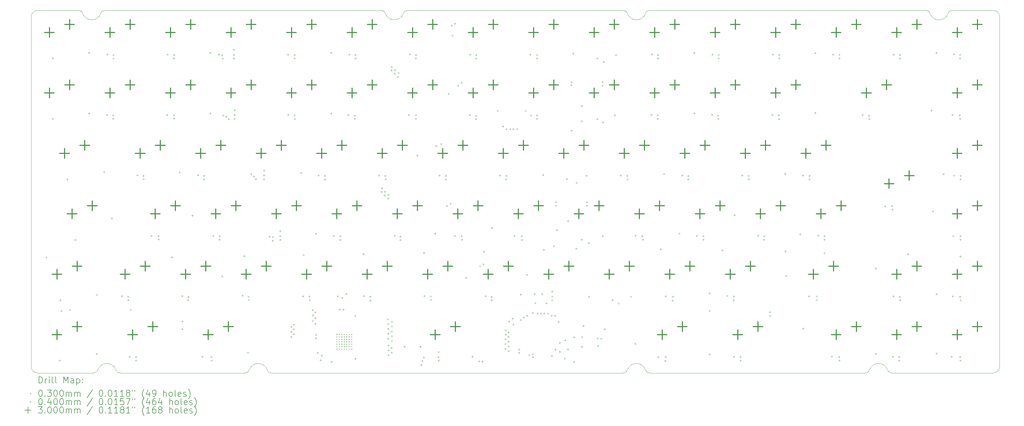
<source format=gbr>
%TF.GenerationSoftware,KiCad,Pcbnew,7.0.2*%
%TF.CreationDate,2023-04-27T00:32:20+01:00*%
%TF.ProjectId,ISO75+STM+PKRGB,49534f37-352b-4535-944d-2b504b524742,rev?*%
%TF.SameCoordinates,Original*%
%TF.FileFunction,Drillmap*%
%TF.FilePolarity,Positive*%
%FSLAX45Y45*%
G04 Gerber Fmt 4.5, Leading zero omitted, Abs format (unit mm)*
G04 Created by KiCad (PCBNEW 7.0.2) date 2023-04-27 00:32:20*
%MOMM*%
%LPD*%
G01*
G04 APERTURE LIST*
%ADD10C,0.100000*%
%ADD11C,0.200000*%
%ADD12C,0.030000*%
%ADD13C,0.040000*%
%ADD14C,0.300000*%
G04 APERTURE END LIST*
D10*
X13124264Y-1270004D02*
G75*
G03*
X12982843Y-1370000I-4J-149996D01*
G01*
X8696589Y-12600001D02*
G75*
G03*
X8838014Y-12700000I141421J50001D01*
G01*
X1470000Y-1270000D02*
X2750735Y-1270000D01*
X13124264Y-1270000D02*
X19895735Y-1270000D01*
X29562157Y-1370000D02*
G75*
G03*
X30127842Y-1370000I282843J100000D01*
G01*
X4095000Y-12700000D02*
X4075514Y-12700000D01*
X3934089Y-12600001D02*
G75*
G03*
X4075514Y-12700000I141421J50001D01*
G01*
X31550000Y-12700000D02*
G75*
G03*
X31750000Y-12500000I0J200000D01*
G01*
X3599264Y-1270004D02*
G75*
G03*
X3457842Y-1370000I-4J-149996D01*
G01*
X20602845Y-12599999D02*
G75*
G03*
X20744263Y-12700000I141415J49989D01*
G01*
X12417161Y-1369998D02*
G75*
G03*
X12275735Y-1270000I-141421J-50002D01*
G01*
X20744264Y-1270000D02*
X29420735Y-1270000D01*
X12417157Y-1370000D02*
G75*
G03*
X12982842Y-1370000I282843J100000D01*
G01*
X1470000Y-1270000D02*
G75*
G03*
X1270000Y-1470000I0J-200000D01*
G01*
X31550000Y-12700000D02*
X28364264Y-12700000D01*
X8696593Y-12600000D02*
G75*
G03*
X8130907Y-12600000I-282843J-100000D01*
G01*
X7988235Y-12700000D02*
X7970000Y-12700000D01*
X27515735Y-12699998D02*
G75*
G03*
X27657157Y-12600000I-5J150008D01*
G01*
X19895735Y-12700000D02*
X8838014Y-12700000D01*
X31750000Y-1470000D02*
G75*
G03*
X31550000Y-1270000I-200000J0D01*
G01*
X28222842Y-12600000D02*
G75*
G03*
X27657157Y-12600000I-282843J-100000D01*
G01*
X1270000Y-12500000D02*
X1270000Y-1470000D01*
X3599264Y-1270000D02*
X12275735Y-1270000D01*
X27515735Y-12700000D02*
X20744263Y-12700000D01*
X29562155Y-1370001D02*
G75*
G03*
X29420735Y-1270000I-141415J-49989D01*
G01*
X3934092Y-12600000D02*
G75*
G03*
X3368407Y-12600000I-282843J-100000D01*
G01*
X30269264Y-1270000D02*
X31550000Y-1270000D01*
X30269264Y-1270001D02*
G75*
G03*
X30127842Y-1370000I6J-150009D01*
G01*
X20744264Y-1270001D02*
G75*
G03*
X20602843Y-1370000I6J-150009D01*
G01*
X7989068Y-12699995D02*
G75*
G03*
X8130907Y-12600000I422J149996D01*
G01*
X7989068Y-12700000D02*
X7988235Y-12700000D01*
X7970000Y-12700000D02*
X4095000Y-12700000D01*
X28222845Y-12599999D02*
G75*
G03*
X28364264Y-12700000I141415J49989D01*
G01*
X31750000Y-1470000D02*
X31750000Y-12500000D01*
X19895735Y-12699998D02*
G75*
G03*
X20037157Y-12600000I-5J150008D01*
G01*
X3226985Y-12700000D02*
X1470000Y-12700000D01*
X20037155Y-1370001D02*
G75*
G03*
X19895735Y-1270000I-141415J-49989D01*
G01*
X2892161Y-1369998D02*
G75*
G03*
X2750735Y-1270000I-141421J-50002D01*
G01*
X3226985Y-12699996D02*
G75*
G03*
X3368407Y-12600000I5J149996D01*
G01*
X2892157Y-1370000D02*
G75*
G03*
X3457842Y-1370000I282843J100000D01*
G01*
X1270000Y-12500000D02*
G75*
G03*
X1470000Y-12700000I200000J0D01*
G01*
X20037157Y-1370000D02*
G75*
G03*
X20602842Y-1370000I282843J100000D01*
G01*
X20602842Y-12600000D02*
G75*
G03*
X20037157Y-12600000I-282843J-100000D01*
G01*
D11*
D12*
X10873572Y-11466071D02*
X10903572Y-11496071D01*
X10903572Y-11466071D02*
X10873572Y-11496071D01*
X10873572Y-11543214D02*
X10903572Y-11573214D01*
X10903572Y-11543214D02*
X10873572Y-11573214D01*
X10873572Y-11620357D02*
X10903572Y-11650357D01*
X10903572Y-11620357D02*
X10873572Y-11650357D01*
X10873572Y-11697500D02*
X10903572Y-11727500D01*
X10903572Y-11697500D02*
X10873572Y-11727500D01*
X10873572Y-11774643D02*
X10903572Y-11804643D01*
X10903572Y-11774643D02*
X10873572Y-11804643D01*
X10873572Y-11851786D02*
X10903572Y-11881786D01*
X10903572Y-11851786D02*
X10873572Y-11881786D01*
X10873572Y-11928928D02*
X10903572Y-11958928D01*
X10903572Y-11928928D02*
X10873572Y-11958928D01*
X10950714Y-11466071D02*
X10980714Y-11496071D01*
X10980714Y-11466071D02*
X10950714Y-11496071D01*
X10950714Y-11543214D02*
X10980714Y-11573214D01*
X10980714Y-11543214D02*
X10950714Y-11573214D01*
X10950714Y-11620357D02*
X10980714Y-11650357D01*
X10980714Y-11620357D02*
X10950714Y-11650357D01*
X10950714Y-11697500D02*
X10980714Y-11727500D01*
X10980714Y-11697500D02*
X10950714Y-11727500D01*
X10950714Y-11774643D02*
X10980714Y-11804643D01*
X10980714Y-11774643D02*
X10950714Y-11804643D01*
X10950714Y-11851786D02*
X10980714Y-11881786D01*
X10980714Y-11851786D02*
X10950714Y-11881786D01*
X10950714Y-11928928D02*
X10980714Y-11958928D01*
X10980714Y-11928928D02*
X10950714Y-11958928D01*
X11027857Y-11466071D02*
X11057857Y-11496071D01*
X11057857Y-11466071D02*
X11027857Y-11496071D01*
X11027857Y-11543214D02*
X11057857Y-11573214D01*
X11057857Y-11543214D02*
X11027857Y-11573214D01*
X11027857Y-11620357D02*
X11057857Y-11650357D01*
X11057857Y-11620357D02*
X11027857Y-11650357D01*
X11027857Y-11697500D02*
X11057857Y-11727500D01*
X11057857Y-11697500D02*
X11027857Y-11727500D01*
X11027857Y-11774643D02*
X11057857Y-11804643D01*
X11057857Y-11774643D02*
X11027857Y-11804643D01*
X11027857Y-11851786D02*
X11057857Y-11881786D01*
X11057857Y-11851786D02*
X11027857Y-11881786D01*
X11027857Y-11928928D02*
X11057857Y-11958928D01*
X11057857Y-11928928D02*
X11027857Y-11958928D01*
X11105000Y-11466071D02*
X11135000Y-11496071D01*
X11135000Y-11466071D02*
X11105000Y-11496071D01*
X11105000Y-11543214D02*
X11135000Y-11573214D01*
X11135000Y-11543214D02*
X11105000Y-11573214D01*
X11105000Y-11620357D02*
X11135000Y-11650357D01*
X11135000Y-11620357D02*
X11105000Y-11650357D01*
X11105000Y-11697500D02*
X11135000Y-11727500D01*
X11135000Y-11697500D02*
X11105000Y-11727500D01*
X11105000Y-11774643D02*
X11135000Y-11804643D01*
X11135000Y-11774643D02*
X11105000Y-11804643D01*
X11105000Y-11851786D02*
X11135000Y-11881786D01*
X11135000Y-11851786D02*
X11105000Y-11881786D01*
X11105000Y-11928928D02*
X11135000Y-11958928D01*
X11135000Y-11928928D02*
X11105000Y-11958928D01*
X11182143Y-11466071D02*
X11212143Y-11496071D01*
X11212143Y-11466071D02*
X11182143Y-11496071D01*
X11182143Y-11543214D02*
X11212143Y-11573214D01*
X11212143Y-11543214D02*
X11182143Y-11573214D01*
X11182143Y-11620357D02*
X11212143Y-11650357D01*
X11212143Y-11620357D02*
X11182143Y-11650357D01*
X11182143Y-11697500D02*
X11212143Y-11727500D01*
X11212143Y-11697500D02*
X11182143Y-11727500D01*
X11182143Y-11774643D02*
X11212143Y-11804643D01*
X11212143Y-11774643D02*
X11182143Y-11804643D01*
X11182143Y-11851786D02*
X11212143Y-11881786D01*
X11212143Y-11851786D02*
X11182143Y-11881786D01*
X11182143Y-11928928D02*
X11212143Y-11958928D01*
X11212143Y-11928928D02*
X11182143Y-11958928D01*
X11259286Y-11466071D02*
X11289286Y-11496071D01*
X11289286Y-11466071D02*
X11259286Y-11496071D01*
X11259286Y-11543214D02*
X11289286Y-11573214D01*
X11289286Y-11543214D02*
X11259286Y-11573214D01*
X11259286Y-11620357D02*
X11289286Y-11650357D01*
X11289286Y-11620357D02*
X11259286Y-11650357D01*
X11259286Y-11697500D02*
X11289286Y-11727500D01*
X11289286Y-11697500D02*
X11259286Y-11727500D01*
X11259286Y-11774643D02*
X11289286Y-11804643D01*
X11289286Y-11774643D02*
X11259286Y-11804643D01*
X11259286Y-11851786D02*
X11289286Y-11881786D01*
X11289286Y-11851786D02*
X11259286Y-11881786D01*
X11259286Y-11928928D02*
X11289286Y-11958928D01*
X11289286Y-11928928D02*
X11259286Y-11958928D01*
X11336428Y-11466071D02*
X11366428Y-11496071D01*
X11366428Y-11466071D02*
X11336428Y-11496071D01*
X11336428Y-11543214D02*
X11366428Y-11573214D01*
X11366428Y-11543214D02*
X11336428Y-11573214D01*
X11336428Y-11620357D02*
X11366428Y-11650357D01*
X11366428Y-11620357D02*
X11336428Y-11650357D01*
X11336428Y-11697500D02*
X11366428Y-11727500D01*
X11366428Y-11697500D02*
X11336428Y-11727500D01*
X11336428Y-11774643D02*
X11366428Y-11804643D01*
X11366428Y-11774643D02*
X11336428Y-11804643D01*
X11336428Y-11851786D02*
X11366428Y-11881786D01*
X11366428Y-11851786D02*
X11336428Y-11881786D01*
X11336428Y-11928928D02*
X11366428Y-11958928D01*
X11366428Y-11928928D02*
X11336428Y-11958928D01*
D13*
X1770000Y-9063230D02*
G75*
G03*
X1770000Y-9063230I-20000J0D01*
G01*
X1970000Y-2780000D02*
G75*
G03*
X1970000Y-2780000I-20000J0D01*
G01*
X1970000Y-4690000D02*
G75*
G03*
X1970000Y-4690000I-20000J0D01*
G01*
X2190000Y-12310000D02*
G75*
G03*
X2190000Y-12310000I-20000J0D01*
G01*
X2210000Y-10410000D02*
G75*
G03*
X2210000Y-10410000I-20000J0D01*
G01*
X2240000Y-10749860D02*
G75*
G03*
X2240000Y-10749860I-20000J0D01*
G01*
X2430000Y-6600000D02*
G75*
G03*
X2430000Y-6600000I-20000J0D01*
G01*
X2514300Y-10714300D02*
G75*
G03*
X2514300Y-10714300I-20000J0D01*
G01*
X2680000Y-8510000D02*
G75*
G03*
X2680000Y-8510000I-20000J0D01*
G01*
X3115000Y-4520000D02*
G75*
G03*
X3115000Y-4520000I-20000J0D01*
G01*
X3115625Y-2610000D02*
G75*
G03*
X3115625Y-2610000I-20000J0D01*
G01*
X3353750Y-12100000D02*
G75*
G03*
X3353750Y-12100000I-20000J0D01*
G01*
X3355000Y-10240000D02*
G75*
G03*
X3355000Y-10240000I-20000J0D01*
G01*
X3590000Y-6370000D02*
G75*
G03*
X3590000Y-6370000I-20000J0D01*
G01*
X3673402Y-4563402D02*
G75*
G03*
X3673402Y-4563402I-20000J0D01*
G01*
X3691769Y-2661770D02*
G75*
G03*
X3691769Y-2661770I-20000J0D01*
G01*
X3830000Y-7830000D02*
G75*
G03*
X3830000Y-7830000I-20000J0D01*
G01*
X3869500Y-4690500D02*
G75*
G03*
X3869500Y-4690500I-20000J0D01*
G01*
X3870500Y-4580500D02*
G75*
G03*
X3870500Y-4580500I-20000J0D01*
G01*
X3880000Y-2680000D02*
G75*
G03*
X3880000Y-2680000I-20000J0D01*
G01*
X3880000Y-2790000D02*
G75*
G03*
X3880000Y-2790000I-20000J0D01*
G01*
X4147497Y-10284307D02*
G75*
G03*
X4147497Y-10284307I-20000J0D01*
G01*
X4340000Y-10300000D02*
G75*
G03*
X4340000Y-10300000I-20000J0D01*
G01*
X4350000Y-10405500D02*
G75*
G03*
X4350000Y-10405500I-20000J0D01*
G01*
X4390000Y-12191810D02*
G75*
G03*
X4390000Y-12191810I-20000J0D01*
G01*
X4424250Y-10714250D02*
G75*
G03*
X4424250Y-10714250I-20000J0D01*
G01*
X4590000Y-12200000D02*
G75*
G03*
X4590000Y-12200000I-20000J0D01*
G01*
X4590000Y-12310000D02*
G75*
G03*
X4590000Y-12310000I-20000J0D01*
G01*
X4633402Y-6473402D02*
G75*
G03*
X4633402Y-6473402I-20000J0D01*
G01*
X4823237Y-6489958D02*
G75*
G03*
X4823237Y-6489958I-20000J0D01*
G01*
X4830000Y-6590000D02*
G75*
G03*
X4830000Y-6590000I-20000J0D01*
G01*
X5073402Y-8381810D02*
G75*
G03*
X5073402Y-8381810I-20000J0D01*
G01*
X5298402Y-8388402D02*
G75*
G03*
X5298402Y-8388402I-20000J0D01*
G01*
X5300000Y-8490000D02*
G75*
G03*
X5300000Y-8490000I-20000J0D01*
G01*
X5570000Y-4570000D02*
G75*
G03*
X5570000Y-4570000I-20000J0D01*
G01*
X5583402Y-2666810D02*
G75*
G03*
X5583402Y-2666810I-20000J0D01*
G01*
X5718150Y-9058150D02*
G75*
G03*
X5718150Y-9058150I-20000J0D01*
G01*
X5780000Y-2790000D02*
G75*
G03*
X5780000Y-2790000I-20000J0D01*
G01*
X5788152Y-4578652D02*
G75*
G03*
X5788152Y-4578652I-20000J0D01*
G01*
X5790000Y-2680000D02*
G75*
G03*
X5790000Y-2680000I-20000J0D01*
G01*
X5790000Y-4680000D02*
G75*
G03*
X5790000Y-4680000I-20000J0D01*
G01*
X5965000Y-6380000D02*
G75*
G03*
X5965000Y-6380000I-20000J0D01*
G01*
X6048402Y-10278402D02*
G75*
G03*
X6048402Y-10278402I-20000J0D01*
G01*
X6050000Y-11080000D02*
G75*
G03*
X6050000Y-11080000I-20000J0D01*
G01*
X6050000Y-11320000D02*
G75*
G03*
X6050000Y-11320000I-20000J0D01*
G01*
X6230000Y-10410000D02*
G75*
G03*
X6230000Y-10410000I-20000J0D01*
G01*
X6238402Y-10298402D02*
G75*
G03*
X6238402Y-10298402I-20000J0D01*
G01*
X6365000Y-7742500D02*
G75*
G03*
X6365000Y-7742500I-20000J0D01*
G01*
X6543402Y-6463402D02*
G75*
G03*
X6543402Y-6463402I-20000J0D01*
G01*
X6680000Y-12191810D02*
G75*
G03*
X6680000Y-12191810I-20000J0D01*
G01*
X6730000Y-6600000D02*
G75*
G03*
X6730000Y-6600000I-20000J0D01*
G01*
X6738402Y-6488402D02*
G75*
G03*
X6738402Y-6488402I-20000J0D01*
G01*
X6925000Y-4520000D02*
G75*
G03*
X6925000Y-4520000I-20000J0D01*
G01*
X6925625Y-2610000D02*
G75*
G03*
X6925625Y-2610000I-20000J0D01*
G01*
X6960000Y-12200500D02*
G75*
G03*
X6960000Y-12200500I-20000J0D01*
G01*
X6970000Y-12310500D02*
G75*
G03*
X6970000Y-12310500I-20000J0D01*
G01*
X7024997Y-8381807D02*
G75*
G03*
X7024997Y-8381807I-20000J0D01*
G01*
X7200000Y-2666810D02*
G75*
G03*
X7200000Y-2666810I-20000J0D01*
G01*
X7220000Y-8500000D02*
G75*
G03*
X7220000Y-8500000I-20000J0D01*
G01*
X7222695Y-8390500D02*
G75*
G03*
X7222695Y-8390500I-20000J0D01*
G01*
X7297099Y-2691829D02*
G75*
G03*
X7297099Y-2691829I-20000J0D01*
G01*
X7302500Y-9657500D02*
G75*
G03*
X7302500Y-9657500I-20000J0D01*
G01*
X7319620Y-2789537D02*
G75*
G03*
X7319620Y-2789537I-20000J0D01*
G01*
X7335720Y-4587030D02*
G75*
G03*
X7335720Y-4587030I-20000J0D01*
G01*
X7430774Y-4618951D02*
G75*
G03*
X7430774Y-4618951I-20000J0D01*
G01*
X7510000Y-4700000D02*
G75*
G03*
X7510000Y-4700000I-20000J0D01*
G01*
X7670000Y-2514430D02*
G75*
G03*
X7670000Y-2514430I-20000J0D01*
G01*
X7670000Y-2680000D02*
G75*
G03*
X7670000Y-2680000I-20000J0D01*
G01*
X7670000Y-2790000D02*
G75*
G03*
X7670000Y-2790000I-20000J0D01*
G01*
X7690000Y-4690000D02*
G75*
G03*
X7690000Y-4690000I-20000J0D01*
G01*
X7695000Y-4419430D02*
G75*
G03*
X7695000Y-4419430I-20000J0D01*
G01*
X7695000Y-4575000D02*
G75*
G03*
X7695000Y-4575000I-20000J0D01*
G01*
X7943402Y-10263402D02*
G75*
G03*
X7943402Y-10263402I-20000J0D01*
G01*
X8000000Y-9022590D02*
G75*
G03*
X8000000Y-9022590I-20000J0D01*
G01*
X8115000Y-12060000D02*
G75*
G03*
X8115000Y-12060000I-20000J0D01*
G01*
X8130000Y-10300000D02*
G75*
G03*
X8130000Y-10300000I-20000J0D01*
G01*
X8140000Y-10400000D02*
G75*
G03*
X8140000Y-10400000I-20000J0D01*
G01*
X8221767Y-6438628D02*
G75*
G03*
X8221767Y-6438628I-20000J0D01*
G01*
X8301598Y-6511598D02*
G75*
G03*
X8301598Y-6511598I-20000J0D01*
G01*
X8363533Y-6593533D02*
G75*
G03*
X8363533Y-6593533I-20000J0D01*
G01*
X8620000Y-6470370D02*
G75*
G03*
X8620000Y-6470370I-20000J0D01*
G01*
X8620000Y-6600000D02*
G75*
G03*
X8620000Y-6600000I-20000J0D01*
G01*
X8622500Y-6324430D02*
G75*
G03*
X8622500Y-6324430I-20000J0D01*
G01*
X8793037Y-8401310D02*
G75*
G03*
X8793037Y-8401310I-20000J0D01*
G01*
X8891598Y-8531598D02*
G75*
G03*
X8891598Y-8531598I-20000J0D01*
G01*
X8900000Y-8420000D02*
G75*
G03*
X8900000Y-8420000I-20000J0D01*
G01*
X9130000Y-8229430D02*
G75*
G03*
X9130000Y-8229430I-20000J0D01*
G01*
X9130000Y-8390000D02*
G75*
G03*
X9130000Y-8390000I-20000J0D01*
G01*
X9130000Y-8510000D02*
G75*
G03*
X9130000Y-8510000I-20000J0D01*
G01*
X9373402Y-2666810D02*
G75*
G03*
X9373402Y-2666810I-20000J0D01*
G01*
X9383402Y-4563402D02*
G75*
G03*
X9383402Y-4563402I-20000J0D01*
G01*
X9480000Y-11250000D02*
G75*
G03*
X9480000Y-11250000I-20000J0D01*
G01*
X9480000Y-11405000D02*
G75*
G03*
X9480000Y-11405000I-20000J0D01*
G01*
X9480000Y-11565000D02*
G75*
G03*
X9480000Y-11565000I-20000J0D01*
G01*
X9555000Y-11175000D02*
G75*
G03*
X9555000Y-11175000I-20000J0D01*
G01*
X9555000Y-11325170D02*
G75*
G03*
X9555000Y-11325170I-20000J0D01*
G01*
X9560000Y-11480000D02*
G75*
G03*
X9560000Y-11480000I-20000J0D01*
G01*
X9580000Y-2680000D02*
G75*
G03*
X9580000Y-2680000I-20000J0D01*
G01*
X9580000Y-2790000D02*
G75*
G03*
X9580000Y-2790000I-20000J0D01*
G01*
X9580000Y-4580000D02*
G75*
G03*
X9580000Y-4580000I-20000J0D01*
G01*
X9590000Y-4700000D02*
G75*
G03*
X9590000Y-4700000I-20000J0D01*
G01*
X9786300Y-6400800D02*
G75*
G03*
X9786300Y-6400800I-20000J0D01*
G01*
X9846769Y-10286770D02*
G75*
G03*
X9846769Y-10286770I-20000J0D01*
G01*
X9865000Y-8987030D02*
G75*
G03*
X9865000Y-8987030I-20000J0D01*
G01*
X10050000Y-10290000D02*
G75*
G03*
X10050000Y-10290000I-20000J0D01*
G01*
X10060000Y-10410000D02*
G75*
G03*
X10060000Y-10410000I-20000J0D01*
G01*
X10150000Y-10720000D02*
G75*
G03*
X10150000Y-10720000I-20000J0D01*
G01*
X10155000Y-11060000D02*
G75*
G03*
X10155000Y-11060000I-20000J0D01*
G01*
X10160000Y-10885000D02*
G75*
G03*
X10160000Y-10885000I-20000J0D01*
G01*
X10230000Y-10795000D02*
G75*
G03*
X10230000Y-10795000I-20000J0D01*
G01*
X10235000Y-10975000D02*
G75*
G03*
X10235000Y-10975000I-20000J0D01*
G01*
X10235000Y-11150000D02*
G75*
G03*
X10235000Y-11150000I-20000J0D01*
G01*
X10257000Y-11607150D02*
G75*
G03*
X10257000Y-11607150I-20000J0D01*
G01*
X10260000Y-8310000D02*
G75*
G03*
X10260000Y-8310000I-20000J0D01*
G01*
X10260000Y-11505000D02*
G75*
G03*
X10260000Y-11505000I-20000J0D01*
G01*
X10308000Y-12070000D02*
G75*
G03*
X10308000Y-12070000I-20000J0D01*
G01*
X10332400Y-6474460D02*
G75*
G03*
X10332400Y-6474460I-20000J0D01*
G01*
X10398000Y-12303000D02*
G75*
G03*
X10398000Y-12303000I-20000J0D01*
G01*
X10437033Y-12155665D02*
G75*
G03*
X10437033Y-12155665I-20000J0D01*
G01*
X10536398Y-6490498D02*
G75*
G03*
X10536398Y-6490498I-20000J0D01*
G01*
X10540000Y-6610000D02*
G75*
G03*
X10540000Y-6610000I-20000J0D01*
G01*
X10735000Y-4520000D02*
G75*
G03*
X10735000Y-4520000I-20000J0D01*
G01*
X10735625Y-2610000D02*
G75*
G03*
X10735625Y-2610000I-20000J0D01*
G01*
X10745000Y-12353000D02*
G75*
G03*
X10745000Y-12353000I-20000J0D01*
G01*
X10817019Y-8381810D02*
G75*
G03*
X10817019Y-8381810I-20000J0D01*
G01*
X10940000Y-10286810D02*
G75*
G03*
X10940000Y-10286810I-20000J0D01*
G01*
X11000000Y-10700000D02*
G75*
G03*
X11000000Y-10700000I-20000J0D01*
G01*
X11020000Y-8390500D02*
G75*
G03*
X11020000Y-8390500I-20000J0D01*
G01*
X11020000Y-8510000D02*
G75*
G03*
X11020000Y-8510000I-20000J0D01*
G01*
X11080000Y-10332530D02*
G75*
G03*
X11080000Y-10332530I-20000J0D01*
G01*
X11120000Y-10700000D02*
G75*
G03*
X11120000Y-10700000I-20000J0D01*
G01*
X11210000Y-10210000D02*
G75*
G03*
X11210000Y-10210000I-20000J0D01*
G01*
X11270000Y-4571810D02*
G75*
G03*
X11270000Y-4571810I-20000J0D01*
G01*
X11303864Y-2665174D02*
G75*
G03*
X11303864Y-2665174I-20000J0D01*
G01*
X11476461Y-4690000D02*
G75*
G03*
X11476461Y-4690000I-20000J0D01*
G01*
X11476598Y-4586598D02*
G75*
G03*
X11476598Y-4586598I-20000J0D01*
G01*
X11490000Y-10900000D02*
G75*
G03*
X11490000Y-10900000I-20000J0D01*
G01*
X11497000Y-12253650D02*
G75*
G03*
X11497000Y-12253650I-20000J0D01*
G01*
X11500000Y-2675500D02*
G75*
G03*
X11500000Y-2675500I-20000J0D01*
G01*
X11500000Y-2785500D02*
G75*
G03*
X11500000Y-2785500I-20000J0D01*
G01*
X11750000Y-8951470D02*
G75*
G03*
X11750000Y-8951470I-20000J0D01*
G01*
X11768405Y-10278405D02*
G75*
G03*
X11768405Y-10278405I-20000J0D01*
G01*
X11964098Y-10294098D02*
G75*
G03*
X11964098Y-10294098I-20000J0D01*
G01*
X11970000Y-10420000D02*
G75*
G03*
X11970000Y-10420000I-20000J0D01*
G01*
X12239940Y-6476810D02*
G75*
G03*
X12239940Y-6476810I-20000J0D01*
G01*
X12323402Y-6993402D02*
G75*
G03*
X12323402Y-6993402I-20000J0D01*
G01*
X12333754Y-6879856D02*
G75*
G03*
X12333754Y-6879856I-20000J0D01*
G01*
X12421805Y-7101805D02*
G75*
G03*
X12421805Y-7101805I-20000J0D01*
G01*
X12430000Y-6990000D02*
G75*
G03*
X12430000Y-6990000I-20000J0D01*
G01*
X12437582Y-6489222D02*
G75*
G03*
X12437582Y-6489222I-20000J0D01*
G01*
X12450760Y-6595500D02*
G75*
G03*
X12450760Y-6595500I-20000J0D01*
G01*
X12516800Y-11010900D02*
G75*
G03*
X12516800Y-11010900I-20000J0D01*
G01*
X12516800Y-11163300D02*
G75*
G03*
X12516800Y-11163300I-20000J0D01*
G01*
X12529500Y-11315700D02*
G75*
G03*
X12529500Y-11315700I-20000J0D01*
G01*
X12529500Y-11468100D02*
G75*
G03*
X12529500Y-11468100I-20000J0D01*
G01*
X12529500Y-11620500D02*
G75*
G03*
X12529500Y-11620500I-20000J0D01*
G01*
X12529500Y-11836400D02*
G75*
G03*
X12529500Y-11836400I-20000J0D01*
G01*
X12530000Y-7200000D02*
G75*
G03*
X12530000Y-7200000I-20000J0D01*
G01*
X12540000Y-7086805D02*
G75*
G03*
X12540000Y-7086805I-20000J0D01*
G01*
X12540000Y-11990000D02*
G75*
G03*
X12540000Y-11990000I-20000J0D01*
G01*
X12540000Y-12137970D02*
G75*
G03*
X12540000Y-12137970I-20000J0D01*
G01*
X12630207Y-3160207D02*
G75*
G03*
X12630207Y-3160207I-20000J0D01*
G01*
X12631100Y-11912600D02*
G75*
G03*
X12631100Y-11912600I-20000J0D01*
G01*
X12638610Y-3048610D02*
G75*
G03*
X12638610Y-3048610I-20000J0D01*
G01*
X12640000Y-12060000D02*
G75*
G03*
X12640000Y-12060000I-20000J0D01*
G01*
X12643800Y-11087100D02*
G75*
G03*
X12643800Y-11087100I-20000J0D01*
G01*
X12643800Y-11239500D02*
G75*
G03*
X12643800Y-11239500I-20000J0D01*
G01*
X12643800Y-11391900D02*
G75*
G03*
X12643800Y-11391900I-20000J0D01*
G01*
X12643800Y-11544300D02*
G75*
G03*
X12643800Y-11544300I-20000J0D01*
G01*
X12643800Y-11696700D02*
G75*
G03*
X12643800Y-11696700I-20000J0D01*
G01*
X12732497Y-8374307D02*
G75*
G03*
X12732497Y-8374307I-20000J0D01*
G01*
X12733402Y-3263402D02*
G75*
G03*
X12733402Y-3263402I-20000J0D01*
G01*
X12741805Y-3151805D02*
G75*
G03*
X12741805Y-3151805I-20000J0D01*
G01*
X12831598Y-3371598D02*
G75*
G03*
X12831598Y-3371598I-20000J0D01*
G01*
X12855000Y-3245000D02*
G75*
G03*
X12855000Y-3245000I-20000J0D01*
G01*
X12910000Y-8510000D02*
G75*
G03*
X12910000Y-8510000I-20000J0D01*
G01*
X12911598Y-8401598D02*
G75*
G03*
X12911598Y-8401598I-20000J0D01*
G01*
X13045000Y-11875000D02*
G75*
G03*
X13045000Y-11875000I-20000J0D01*
G01*
X13180000Y-4570000D02*
G75*
G03*
X13180000Y-4570000I-20000J0D01*
G01*
X13210000Y-2660000D02*
G75*
G03*
X13210000Y-2660000I-20000J0D01*
G01*
X13395500Y-2785500D02*
G75*
G03*
X13395500Y-2785500I-20000J0D01*
G01*
X13400000Y-2680000D02*
G75*
G03*
X13400000Y-2680000I-20000J0D01*
G01*
X13400000Y-4580000D02*
G75*
G03*
X13400000Y-4580000I-20000J0D01*
G01*
X13400000Y-4690000D02*
G75*
G03*
X13400000Y-4690000I-20000J0D01*
G01*
X13447500Y-5850000D02*
G75*
G03*
X13447500Y-5850000I-20000J0D01*
G01*
X13545000Y-11875000D02*
G75*
G03*
X13545000Y-11875000I-20000J0D01*
G01*
X13570000Y-12460000D02*
G75*
G03*
X13570000Y-12460000I-20000J0D01*
G01*
X13603402Y-12323402D02*
G75*
G03*
X13603402Y-12323402I-20000J0D01*
G01*
X13647500Y-12210000D02*
G75*
G03*
X13647500Y-12210000I-20000J0D01*
G01*
X13655000Y-8915910D02*
G75*
G03*
X13655000Y-8915910I-20000J0D01*
G01*
X13669997Y-10276807D02*
G75*
G03*
X13669997Y-10276807I-20000J0D01*
G01*
X13870000Y-10290000D02*
G75*
G03*
X13870000Y-10290000I-20000J0D01*
G01*
X13880000Y-10400000D02*
G75*
G03*
X13880000Y-10400000I-20000J0D01*
G01*
X14010000Y-8310000D02*
G75*
G03*
X14010000Y-8310000I-20000J0D01*
G01*
X14045644Y-5549210D02*
G75*
G03*
X14045644Y-5549210I-20000J0D01*
G01*
X14110000Y-12200500D02*
G75*
G03*
X14110000Y-12200500I-20000J0D01*
G01*
X14112612Y-12039430D02*
G75*
G03*
X14112612Y-12039430I-20000J0D01*
G01*
X14120000Y-12310000D02*
G75*
G03*
X14120000Y-12310000I-20000J0D01*
G01*
X14146092Y-6476092D02*
G75*
G03*
X14146092Y-6476092I-20000J0D01*
G01*
X14202000Y-5483860D02*
G75*
G03*
X14202000Y-5483860I-20000J0D01*
G01*
X14345000Y-6605000D02*
G75*
G03*
X14345000Y-6605000I-20000J0D01*
G01*
X14348140Y-6487160D02*
G75*
G03*
X14348140Y-6487160I-20000J0D01*
G01*
X14375000Y-7436000D02*
G75*
G03*
X14375000Y-7436000I-20000J0D01*
G01*
X14432500Y-3902500D02*
G75*
G03*
X14432500Y-3902500I-20000J0D01*
G01*
X14492000Y-7366000D02*
G75*
G03*
X14492000Y-7366000I-20000J0D01*
G01*
X14524000Y-1754000D02*
G75*
G03*
X14524000Y-1754000I-20000J0D01*
G01*
X14547500Y-2070000D02*
G75*
G03*
X14547500Y-2070000I-20000J0D01*
G01*
X14627000Y-1689790D02*
G75*
G03*
X14627000Y-1689790I-20000J0D01*
G01*
X14630902Y-8381810D02*
G75*
G03*
X14630902Y-8381810I-20000J0D01*
G01*
X14732000Y-3644210D02*
G75*
G03*
X14732000Y-3644210I-20000J0D01*
G01*
X14839000Y-3554150D02*
G75*
G03*
X14839000Y-3554150I-20000J0D01*
G01*
X14840000Y-8390000D02*
G75*
G03*
X14840000Y-8390000I-20000J0D01*
G01*
X14850000Y-8500000D02*
G75*
G03*
X14850000Y-8500000I-20000J0D01*
G01*
X14980000Y-9700000D02*
G75*
G03*
X14980000Y-9700000I-20000J0D01*
G01*
X15102604Y-4571810D02*
G75*
G03*
X15102604Y-4571810I-20000J0D01*
G01*
X15104691Y-2666810D02*
G75*
G03*
X15104691Y-2666810I-20000J0D01*
G01*
X15178000Y-12186000D02*
G75*
G03*
X15178000Y-12186000I-20000J0D01*
G01*
X15290000Y-4700000D02*
G75*
G03*
X15290000Y-4700000I-20000J0D01*
G01*
X15296598Y-4596598D02*
G75*
G03*
X15296598Y-4596598I-20000J0D01*
G01*
X15300000Y-2680000D02*
G75*
G03*
X15300000Y-2680000I-20000J0D01*
G01*
X15300000Y-2790000D02*
G75*
G03*
X15300000Y-2790000I-20000J0D01*
G01*
X15397281Y-12334925D02*
G75*
G03*
X15397281Y-12334925I-20000J0D01*
G01*
X15420000Y-9335000D02*
G75*
G03*
X15420000Y-9335000I-20000J0D01*
G01*
X15492435Y-12337565D02*
G75*
G03*
X15492435Y-12337565I-20000J0D01*
G01*
X15525000Y-9277405D02*
G75*
G03*
X15525000Y-9277405I-20000J0D01*
G01*
X15535000Y-8880350D02*
G75*
G03*
X15535000Y-8880350I-20000J0D01*
G01*
X15594997Y-10281807D02*
G75*
G03*
X15594997Y-10281807I-20000J0D01*
G01*
X15780000Y-10410000D02*
G75*
G03*
X15780000Y-10410000I-20000J0D01*
G01*
X15781598Y-10301598D02*
G75*
G03*
X15781598Y-10301598I-20000J0D01*
G01*
X15790000Y-8130000D02*
G75*
G03*
X15790000Y-8130000I-20000J0D01*
G01*
X15972000Y-4440000D02*
G75*
G03*
X15972000Y-4440000I-20000J0D01*
G01*
X16044997Y-6476807D02*
G75*
G03*
X16044997Y-6476807I-20000J0D01*
G01*
X16143500Y-4929500D02*
G75*
G03*
X16143500Y-4929500I-20000J0D01*
G01*
X16215000Y-11790000D02*
G75*
G03*
X16215000Y-11790000I-20000J0D01*
G01*
X16220000Y-11640000D02*
G75*
G03*
X16220000Y-11640000I-20000J0D01*
G01*
X16220000Y-11945000D02*
G75*
G03*
X16220000Y-11945000I-20000J0D01*
G01*
X16230000Y-11355000D02*
G75*
G03*
X16230000Y-11355000I-20000J0D01*
G01*
X16230000Y-11495000D02*
G75*
G03*
X16230000Y-11495000I-20000J0D01*
G01*
X16240000Y-6600000D02*
G75*
G03*
X16240000Y-6600000I-20000J0D01*
G01*
X16247000Y-5021000D02*
G75*
G03*
X16247000Y-5021000I-20000J0D01*
G01*
X16251305Y-6485500D02*
G75*
G03*
X16251305Y-6485500I-20000J0D01*
G01*
X16315000Y-11421950D02*
G75*
G03*
X16315000Y-11421950I-20000J0D01*
G01*
X16315000Y-11560350D02*
G75*
G03*
X16315000Y-11560350I-20000J0D01*
G01*
X16320000Y-11710000D02*
G75*
G03*
X16320000Y-11710000I-20000J0D01*
G01*
X16320000Y-11865000D02*
G75*
G03*
X16320000Y-11865000I-20000J0D01*
G01*
X16320000Y-12015000D02*
G75*
G03*
X16320000Y-12015000I-20000J0D01*
G01*
X16336000Y-11082000D02*
G75*
G03*
X16336000Y-11082000I-20000J0D01*
G01*
X16369380Y-5017410D02*
G75*
G03*
X16369380Y-5017410I-20000J0D01*
G01*
X16442000Y-10988000D02*
G75*
G03*
X16442000Y-10988000I-20000J0D01*
G01*
X16464620Y-5017410D02*
G75*
G03*
X16464620Y-5017410I-20000J0D01*
G01*
X16470000Y-11175000D02*
G75*
G03*
X16470000Y-11175000I-20000J0D01*
G01*
X16500000Y-8381810D02*
G75*
G03*
X16500000Y-8381810I-20000J0D01*
G01*
X16589000Y-5016000D02*
G75*
G03*
X16589000Y-5016000I-20000J0D01*
G01*
X16649000Y-12063000D02*
G75*
G03*
X16649000Y-12063000I-20000J0D01*
G01*
X16650000Y-11965000D02*
G75*
G03*
X16650000Y-11965000I-20000J0D01*
G01*
X16700000Y-10230000D02*
G75*
G03*
X16700000Y-10230000I-20000J0D01*
G01*
X16700000Y-11030000D02*
G75*
G03*
X16700000Y-11030000I-20000J0D01*
G01*
X16730000Y-8390000D02*
G75*
G03*
X16730000Y-8390000I-20000J0D01*
G01*
X16740000Y-8510000D02*
G75*
G03*
X16740000Y-8510000I-20000J0D01*
G01*
X16795000Y-10955000D02*
G75*
G03*
X16795000Y-10955000I-20000J0D01*
G01*
X16858000Y-4440000D02*
G75*
G03*
X16858000Y-4440000I-20000J0D01*
G01*
X16900000Y-9610000D02*
G75*
G03*
X16900000Y-9610000I-20000J0D01*
G01*
X16905000Y-10894300D02*
G75*
G03*
X16905000Y-10894300I-20000J0D01*
G01*
X16970000Y-12135000D02*
G75*
G03*
X16970000Y-12135000I-20000J0D01*
G01*
X16999997Y-2666807D02*
G75*
G03*
X16999997Y-2666807I-20000J0D01*
G01*
X17019762Y-4583418D02*
G75*
G03*
X17019762Y-4583418I-20000J0D01*
G01*
X17078522Y-12110038D02*
G75*
G03*
X17078522Y-12110038I-20000J0D01*
G01*
X17081000Y-10813000D02*
G75*
G03*
X17081000Y-10813000I-20000J0D01*
G01*
X17084958Y-12205011D02*
G75*
G03*
X17084958Y-12205011I-20000J0D01*
G01*
X17135000Y-10218000D02*
G75*
G03*
X17135000Y-10218000I-20000J0D01*
G01*
X17155000Y-10502000D02*
G75*
G03*
X17155000Y-10502000I-20000J0D01*
G01*
X17210000Y-4690000D02*
G75*
G03*
X17210000Y-4690000I-20000J0D01*
G01*
X17211598Y-4581598D02*
G75*
G03*
X17211598Y-4581598I-20000J0D01*
G01*
X17214500Y-2785500D02*
G75*
G03*
X17214500Y-2785500I-20000J0D01*
G01*
X17214896Y-2678299D02*
G75*
G03*
X17214896Y-2678299I-20000J0D01*
G01*
X17233000Y-10829000D02*
G75*
G03*
X17233000Y-10829000I-20000J0D01*
G01*
X17344380Y-10828000D02*
G75*
G03*
X17344380Y-10828000I-20000J0D01*
G01*
X17377000Y-10218000D02*
G75*
G03*
X17377000Y-10218000I-20000J0D01*
G01*
X17405000Y-6465000D02*
G75*
G03*
X17405000Y-6465000I-20000J0D01*
G01*
X17430000Y-8820050D02*
G75*
G03*
X17430000Y-8820050I-20000J0D01*
G01*
X17439620Y-10828000D02*
G75*
G03*
X17439620Y-10828000I-20000J0D01*
G01*
X17509000Y-10508000D02*
G75*
G03*
X17509000Y-10508000I-20000J0D01*
G01*
X17553000Y-10833000D02*
G75*
G03*
X17553000Y-10833000I-20000J0D01*
G01*
X17674000Y-10895000D02*
G75*
G03*
X17674000Y-10895000I-20000J0D01*
G01*
X17680000Y-12165000D02*
G75*
G03*
X17680000Y-12165000I-20000J0D01*
G01*
X17690000Y-10134430D02*
G75*
G03*
X17690000Y-10134430I-20000J0D01*
G01*
X17690000Y-10300000D02*
G75*
G03*
X17690000Y-10300000I-20000J0D01*
G01*
X17690000Y-10410000D02*
G75*
G03*
X17690000Y-10410000I-20000J0D01*
G01*
X17742000Y-8707000D02*
G75*
G03*
X17742000Y-8707000I-20000J0D01*
G01*
X17781000Y-10897000D02*
G75*
G03*
X17781000Y-10897000I-20000J0D01*
G01*
X17795000Y-11968000D02*
G75*
G03*
X17795000Y-11968000I-20000J0D01*
G01*
X17810000Y-7429500D02*
G75*
G03*
X17810000Y-7429500I-20000J0D01*
G01*
X17815000Y-7317500D02*
G75*
G03*
X17815000Y-7317500I-20000J0D01*
G01*
X17838000Y-8197000D02*
G75*
G03*
X17838000Y-8197000I-20000J0D01*
G01*
X17890000Y-11100000D02*
G75*
G03*
X17890000Y-11100000I-20000J0D01*
G01*
X17930000Y-11750000D02*
G75*
G03*
X17930000Y-11750000I-20000J0D01*
G01*
X17930000Y-12035000D02*
G75*
G03*
X17930000Y-12035000I-20000J0D01*
G01*
X18081000Y-12244650D02*
G75*
G03*
X18081000Y-12244650I-20000J0D01*
G01*
X18101000Y-11674000D02*
G75*
G03*
X18101000Y-11674000I-20000J0D01*
G01*
X18150000Y-6590000D02*
G75*
G03*
X18150000Y-6590000I-20000J0D01*
G01*
X18185000Y-11962500D02*
G75*
G03*
X18185000Y-11962500I-20000J0D01*
G01*
X18190000Y-7914000D02*
G75*
G03*
X18190000Y-7914000I-20000J0D01*
G01*
X18292500Y-3627500D02*
G75*
G03*
X18292500Y-3627500I-20000J0D01*
G01*
X18297638Y-3532448D02*
G75*
G03*
X18297638Y-3532448I-20000J0D01*
G01*
X18300000Y-5062500D02*
G75*
G03*
X18300000Y-5062500I-20000J0D01*
G01*
X18355000Y-2635000D02*
G75*
G03*
X18355000Y-2635000I-20000J0D01*
G01*
X18379000Y-12351330D02*
G75*
G03*
X18379000Y-12351330I-20000J0D01*
G01*
X18385000Y-11582000D02*
G75*
G03*
X18385000Y-11582000I-20000J0D01*
G01*
X18450000Y-8785210D02*
G75*
G03*
X18450000Y-8785210I-20000J0D01*
G01*
X18460000Y-6710000D02*
G75*
G03*
X18460000Y-6710000I-20000J0D01*
G01*
X18620000Y-8500000D02*
G75*
G03*
X18620000Y-8500000I-20000J0D01*
G01*
X18622500Y-4767500D02*
G75*
G03*
X18622500Y-4767500I-20000J0D01*
G01*
X18625000Y-4290000D02*
G75*
G03*
X18625000Y-4290000I-20000J0D01*
G01*
X18626000Y-11872000D02*
G75*
G03*
X18626000Y-11872000I-20000J0D01*
G01*
X18631000Y-11569000D02*
G75*
G03*
X18631000Y-11569000I-20000J0D01*
G01*
X18676000Y-11223000D02*
G75*
G03*
X18676000Y-11223000I-20000J0D01*
G01*
X18770000Y-6485500D02*
G75*
G03*
X18770000Y-6485500I-20000J0D01*
G01*
X18780000Y-7430000D02*
G75*
G03*
X18780000Y-7430000I-20000J0D01*
G01*
X18785000Y-7322500D02*
G75*
G03*
X18785000Y-7322500I-20000J0D01*
G01*
X18840000Y-8610000D02*
G75*
G03*
X18840000Y-8610000I-20000J0D01*
G01*
X18850000Y-10295000D02*
G75*
G03*
X18850000Y-10295000I-20000J0D01*
G01*
X19110000Y-2785500D02*
G75*
G03*
X19110000Y-2785500I-20000J0D01*
G01*
X19110000Y-4700000D02*
G75*
G03*
X19110000Y-4700000I-20000J0D01*
G01*
X19120000Y-11615000D02*
G75*
G03*
X19120000Y-11615000I-20000J0D01*
G01*
X19134000Y-11849000D02*
G75*
G03*
X19134000Y-11849000I-20000J0D01*
G01*
X19230000Y-11620000D02*
G75*
G03*
X19230000Y-11620000I-20000J0D01*
G01*
X19272500Y-3644210D02*
G75*
G03*
X19272500Y-3644210I-20000J0D01*
G01*
X19275000Y-3532500D02*
G75*
G03*
X19275000Y-3532500I-20000J0D01*
G01*
X19280000Y-8390500D02*
G75*
G03*
X19280000Y-8390500I-20000J0D01*
G01*
X19290000Y-4810000D02*
G75*
G03*
X19290000Y-4810000I-20000J0D01*
G01*
X19310000Y-2900000D02*
G75*
G03*
X19310000Y-2900000I-20000J0D01*
G01*
X19344000Y-11322000D02*
G75*
G03*
X19344000Y-11322000I-20000J0D01*
G01*
X19590000Y-10405500D02*
G75*
G03*
X19590000Y-10405500I-20000J0D01*
G01*
X19660000Y-4580000D02*
G75*
G03*
X19660000Y-4580000I-20000J0D01*
G01*
X19695000Y-2685000D02*
G75*
G03*
X19695000Y-2685000I-20000J0D01*
G01*
X19780000Y-10510000D02*
G75*
G03*
X19780000Y-10510000I-20000J0D01*
G01*
X19845000Y-6476810D02*
G75*
G03*
X19845000Y-6476810I-20000J0D01*
G01*
X20055902Y-6485902D02*
G75*
G03*
X20055902Y-6485902I-20000J0D01*
G01*
X20060000Y-6600000D02*
G75*
G03*
X20060000Y-6600000I-20000J0D01*
G01*
X20170000Y-10300000D02*
G75*
G03*
X20170000Y-10300000I-20000J0D01*
G01*
X20310000Y-11785000D02*
G75*
G03*
X20310000Y-11785000I-20000J0D01*
G01*
X20312497Y-8374307D02*
G75*
G03*
X20312497Y-8374307I-20000J0D01*
G01*
X20528402Y-8388402D02*
G75*
G03*
X20528402Y-8388402I-20000J0D01*
G01*
X20550000Y-8500000D02*
G75*
G03*
X20550000Y-8500000I-20000J0D01*
G01*
X20812497Y-4564307D02*
G75*
G03*
X20812497Y-4564307I-20000J0D01*
G01*
X20829997Y-2656807D02*
G75*
G03*
X20829997Y-2656807I-20000J0D01*
G01*
X21010000Y-4580000D02*
G75*
G03*
X21010000Y-4580000I-20000J0D01*
G01*
X21010000Y-4690000D02*
G75*
G03*
X21010000Y-4690000I-20000J0D01*
G01*
X21020000Y-2680000D02*
G75*
G03*
X21020000Y-2680000I-20000J0D01*
G01*
X21020000Y-2790000D02*
G75*
G03*
X21020000Y-2790000I-20000J0D01*
G01*
X21030000Y-12207030D02*
G75*
G03*
X21030000Y-12207030I-20000J0D01*
G01*
X21105000Y-8800000D02*
G75*
G03*
X21105000Y-8800000I-20000J0D01*
G01*
X21210000Y-6430000D02*
G75*
G03*
X21210000Y-6430000I-20000J0D01*
G01*
X21250000Y-12320000D02*
G75*
G03*
X21250000Y-12320000I-20000J0D01*
G01*
X21259997Y-10286807D02*
G75*
G03*
X21259997Y-10286807I-20000J0D01*
G01*
X21260000Y-12200500D02*
G75*
G03*
X21260000Y-12200500I-20000J0D01*
G01*
X21480000Y-10420000D02*
G75*
G03*
X21480000Y-10420000I-20000J0D01*
G01*
X21490000Y-10295500D02*
G75*
G03*
X21490000Y-10295500I-20000J0D01*
G01*
X21695000Y-8310000D02*
G75*
G03*
X21695000Y-8310000I-20000J0D01*
G01*
X21780000Y-6476810D02*
G75*
G03*
X21780000Y-6476810I-20000J0D01*
G01*
X21970000Y-6600000D02*
G75*
G03*
X21970000Y-6600000I-20000J0D01*
G01*
X21973402Y-6493402D02*
G75*
G03*
X21973402Y-6493402I-20000J0D01*
G01*
X22165000Y-4520000D02*
G75*
G03*
X22165000Y-4520000I-20000J0D01*
G01*
X22165625Y-2610000D02*
G75*
G03*
X22165625Y-2610000I-20000J0D01*
G01*
X22244652Y-8381810D02*
G75*
G03*
X22244652Y-8381810I-20000J0D01*
G01*
X22450000Y-8390000D02*
G75*
G03*
X22450000Y-8390000I-20000J0D01*
G01*
X22450000Y-8500500D02*
G75*
G03*
X22450000Y-8500500I-20000J0D01*
G01*
X22640000Y-10190000D02*
G75*
G03*
X22640000Y-10190000I-20000J0D01*
G01*
X22645000Y-10745000D02*
G75*
G03*
X22645000Y-10745000I-20000J0D01*
G01*
X22645000Y-12115000D02*
G75*
G03*
X22645000Y-12115000I-20000J0D01*
G01*
X22720000Y-4560000D02*
G75*
G03*
X22720000Y-4560000I-20000J0D01*
G01*
X22733402Y-2663402D02*
G75*
G03*
X22733402Y-2663402I-20000J0D01*
G01*
X22910000Y-4589958D02*
G75*
G03*
X22910000Y-4589958I-20000J0D01*
G01*
X22920000Y-4690000D02*
G75*
G03*
X22920000Y-4690000I-20000J0D01*
G01*
X22930000Y-2680000D02*
G75*
G03*
X22930000Y-2680000I-20000J0D01*
G01*
X22930000Y-2790000D02*
G75*
G03*
X22930000Y-2790000I-20000J0D01*
G01*
X23050000Y-8840000D02*
G75*
G03*
X23050000Y-8840000I-20000J0D01*
G01*
X23202499Y-10274306D02*
G75*
G03*
X23202499Y-10274306I-20000J0D01*
G01*
X23400000Y-10410000D02*
G75*
G03*
X23400000Y-10410000I-20000J0D01*
G01*
X23410000Y-10290000D02*
G75*
G03*
X23410000Y-10290000I-20000J0D01*
G01*
X23410000Y-12191810D02*
G75*
G03*
X23410000Y-12191810I-20000J0D01*
G01*
X23435000Y-7725000D02*
G75*
G03*
X23435000Y-7725000I-20000J0D01*
G01*
X23620000Y-12200000D02*
G75*
G03*
X23620000Y-12200000I-20000J0D01*
G01*
X23620000Y-12310000D02*
G75*
G03*
X23620000Y-12310000I-20000J0D01*
G01*
X23669997Y-6476807D02*
G75*
G03*
X23669997Y-6476807I-20000J0D01*
G01*
X23870000Y-6490000D02*
G75*
G03*
X23870000Y-6490000I-20000J0D01*
G01*
X23875500Y-6595500D02*
G75*
G03*
X23875500Y-6595500I-20000J0D01*
G01*
X24173402Y-8373402D02*
G75*
G03*
X24173402Y-8373402I-20000J0D01*
G01*
X24360000Y-8500000D02*
G75*
G03*
X24360000Y-8500000I-20000J0D01*
G01*
X24363402Y-8393402D02*
G75*
G03*
X24363402Y-8393402I-20000J0D01*
G01*
X24545000Y-10787090D02*
G75*
G03*
X24545000Y-10787090I-20000J0D01*
G01*
X24550000Y-10900000D02*
G75*
G03*
X24550000Y-10900000I-20000J0D01*
G01*
X24621769Y-4571770D02*
G75*
G03*
X24621769Y-4571770I-20000J0D01*
G01*
X24636769Y-2666770D02*
G75*
G03*
X24636769Y-2666770I-20000J0D01*
G01*
X24820000Y-4580000D02*
G75*
G03*
X24820000Y-4580000I-20000J0D01*
G01*
X24830000Y-4700000D02*
G75*
G03*
X24830000Y-4700000I-20000J0D01*
G01*
X24834500Y-2675500D02*
G75*
G03*
X24834500Y-2675500I-20000J0D01*
G01*
X24840000Y-2785500D02*
G75*
G03*
X24840000Y-2785500I-20000J0D01*
G01*
X25025000Y-6420000D02*
G75*
G03*
X25025000Y-6420000I-20000J0D01*
G01*
X25035000Y-8870000D02*
G75*
G03*
X25035000Y-8870000I-20000J0D01*
G01*
X25055000Y-9640000D02*
G75*
G03*
X25055000Y-9640000I-20000J0D01*
G01*
X25499375Y-8330000D02*
G75*
G03*
X25499375Y-8330000I-20000J0D01*
G01*
X25578402Y-6476810D02*
G75*
G03*
X25578402Y-6476810I-20000J0D01*
G01*
X25590000Y-11300350D02*
G75*
G03*
X25590000Y-11300350I-20000J0D01*
G01*
X25778402Y-10286810D02*
G75*
G03*
X25778402Y-10286810I-20000J0D01*
G01*
X25790000Y-6490000D02*
G75*
G03*
X25790000Y-6490000I-20000J0D01*
G01*
X25790000Y-6600000D02*
G75*
G03*
X25790000Y-6600000I-20000J0D01*
G01*
X25975000Y-4510000D02*
G75*
G03*
X25975000Y-4510000I-20000J0D01*
G01*
X25975625Y-2620000D02*
G75*
G03*
X25975625Y-2620000I-20000J0D01*
G01*
X26020000Y-10290000D02*
G75*
G03*
X26020000Y-10290000I-20000J0D01*
G01*
X26020000Y-10400000D02*
G75*
G03*
X26020000Y-10400000I-20000J0D01*
G01*
X26063402Y-8373402D02*
G75*
G03*
X26063402Y-8373402I-20000J0D01*
G01*
X26258402Y-8388402D02*
G75*
G03*
X26258402Y-8388402I-20000J0D01*
G01*
X26260000Y-8500000D02*
G75*
G03*
X26260000Y-8500000I-20000J0D01*
G01*
X26260000Y-8927450D02*
G75*
G03*
X26260000Y-8927450I-20000J0D01*
G01*
X26492497Y-12184307D02*
G75*
G03*
X26492497Y-12184307I-20000J0D01*
G01*
X26526769Y-2666770D02*
G75*
G03*
X26526769Y-2666770I-20000J0D01*
G01*
X26720000Y-12200000D02*
G75*
G03*
X26720000Y-12200000I-20000J0D01*
G01*
X26730000Y-2670000D02*
G75*
G03*
X26730000Y-2670000I-20000J0D01*
G01*
X26730000Y-2785500D02*
G75*
G03*
X26730000Y-2785500I-20000J0D01*
G01*
X26730000Y-12310000D02*
G75*
G03*
X26730000Y-12310000I-20000J0D01*
G01*
X27460000Y-4571810D02*
G75*
G03*
X27460000Y-4571810I-20000J0D01*
G01*
X27660000Y-4590000D02*
G75*
G03*
X27660000Y-4590000I-20000J0D01*
G01*
X27670000Y-4700000D02*
G75*
G03*
X27670000Y-4700000I-20000J0D01*
G01*
X27875000Y-9404930D02*
G75*
G03*
X27875000Y-9404930I-20000J0D01*
G01*
X27875000Y-12100000D02*
G75*
G03*
X27875000Y-12100000I-20000J0D01*
G01*
X28171769Y-7451769D02*
G75*
G03*
X28171769Y-7451769I-20000J0D01*
G01*
X28390000Y-7440000D02*
G75*
G03*
X28390000Y-7440000I-20000J0D01*
G01*
X28400000Y-7550000D02*
G75*
G03*
X28400000Y-7550000I-20000J0D01*
G01*
X28411769Y-12191769D02*
G75*
G03*
X28411769Y-12191769I-20000J0D01*
G01*
X28429997Y-10286807D02*
G75*
G03*
X28429997Y-10286807I-20000J0D01*
G01*
X28440000Y-2666810D02*
G75*
G03*
X28440000Y-2666810I-20000J0D01*
G01*
X28610000Y-12200000D02*
G75*
G03*
X28610000Y-12200000I-20000J0D01*
G01*
X28610000Y-12310000D02*
G75*
G03*
X28610000Y-12310000I-20000J0D01*
G01*
X28630000Y-10300000D02*
G75*
G03*
X28630000Y-10300000I-20000J0D01*
G01*
X28640000Y-2680000D02*
G75*
G03*
X28640000Y-2680000I-20000J0D01*
G01*
X28640000Y-2790000D02*
G75*
G03*
X28640000Y-2790000I-20000J0D01*
G01*
X28640000Y-10410000D02*
G75*
G03*
X28640000Y-10410000I-20000J0D01*
G01*
X28895000Y-8963010D02*
G75*
G03*
X28895000Y-8963010I-20000J0D01*
G01*
X29630000Y-4430000D02*
G75*
G03*
X29630000Y-4430000I-20000J0D01*
G01*
X29680000Y-7610000D02*
G75*
G03*
X29680000Y-7610000I-20000J0D01*
G01*
X29785000Y-12090000D02*
G75*
G03*
X29785000Y-12090000I-20000J0D01*
G01*
X29785625Y-2610000D02*
G75*
G03*
X29785625Y-2610000I-20000J0D01*
G01*
X29785625Y-10220000D02*
G75*
G03*
X29785625Y-10220000I-20000J0D01*
G01*
X30010000Y-6435590D02*
G75*
G03*
X30010000Y-6435590I-20000J0D01*
G01*
X30260000Y-12191810D02*
G75*
G03*
X30260000Y-12191810I-20000J0D01*
G01*
X30290000Y-4571810D02*
G75*
G03*
X30290000Y-4571810I-20000J0D01*
G01*
X30299997Y-10286807D02*
G75*
G03*
X30299997Y-10286807I-20000J0D01*
G01*
X30313402Y-8387030D02*
G75*
G03*
X30313402Y-8387030I-20000J0D01*
G01*
X30338402Y-6481310D02*
G75*
G03*
X30338402Y-6481310I-20000J0D01*
G01*
X30339997Y-2656807D02*
G75*
G03*
X30339997Y-2656807I-20000J0D01*
G01*
X30520000Y-4580500D02*
G75*
G03*
X30520000Y-4580500I-20000J0D01*
G01*
X30530000Y-2790000D02*
G75*
G03*
X30530000Y-2790000I-20000J0D01*
G01*
X30530000Y-10300000D02*
G75*
G03*
X30530000Y-10300000I-20000J0D01*
G01*
X30530000Y-12200000D02*
G75*
G03*
X30530000Y-12200000I-20000J0D01*
G01*
X30530500Y-4690500D02*
G75*
G03*
X30530500Y-4690500I-20000J0D01*
G01*
X30531598Y-2671598D02*
G75*
G03*
X30531598Y-2671598I-20000J0D01*
G01*
X30537500Y-9027500D02*
G75*
G03*
X30537500Y-9027500I-20000J0D01*
G01*
X30540000Y-6600000D02*
G75*
G03*
X30540000Y-6600000I-20000J0D01*
G01*
X30540000Y-8390000D02*
G75*
G03*
X30540000Y-8390000I-20000J0D01*
G01*
X30540000Y-8500000D02*
G75*
G03*
X30540000Y-8500000I-20000J0D01*
G01*
X30540000Y-12310000D02*
G75*
G03*
X30540000Y-12310000I-20000J0D01*
G01*
X30548402Y-6488402D02*
G75*
G03*
X30548402Y-6488402I-20000J0D01*
G01*
X30550000Y-10410000D02*
G75*
G03*
X30550000Y-10410000I-20000J0D01*
G01*
D14*
X1841500Y-1818500D02*
X1841500Y-2118500D01*
X1691500Y-1968500D02*
X1991500Y-1968500D01*
X1841500Y-3723500D02*
X1841500Y-4023500D01*
X1691500Y-3873500D02*
X1991500Y-3873500D01*
X2079625Y-9438500D02*
X2079625Y-9738500D01*
X1929625Y-9588500D02*
X2229625Y-9588500D01*
X2079625Y-11343500D02*
X2079625Y-11643500D01*
X1929625Y-11493500D02*
X2229625Y-11493500D01*
X2317750Y-5628500D02*
X2317750Y-5928500D01*
X2167750Y-5778500D02*
X2467750Y-5778500D01*
X2476500Y-1564500D02*
X2476500Y-1864500D01*
X2326500Y-1714500D02*
X2626500Y-1714500D01*
X2476500Y-3469500D02*
X2476500Y-3769500D01*
X2326500Y-3619500D02*
X2626500Y-3619500D01*
X2555875Y-7533500D02*
X2555875Y-7833500D01*
X2405875Y-7683500D02*
X2705875Y-7683500D01*
X2714625Y-9184500D02*
X2714625Y-9484500D01*
X2564625Y-9334500D02*
X2864625Y-9334500D01*
X2714625Y-11089500D02*
X2714625Y-11389500D01*
X2564625Y-11239500D02*
X2864625Y-11239500D01*
X2952750Y-5374500D02*
X2952750Y-5674500D01*
X2802750Y-5524500D02*
X3102750Y-5524500D01*
X3190875Y-7279500D02*
X3190875Y-7579500D01*
X3040875Y-7429500D02*
X3340875Y-7429500D01*
X3746500Y-1818500D02*
X3746500Y-2118500D01*
X3596500Y-1968500D02*
X3896500Y-1968500D01*
X3746500Y-3723500D02*
X3746500Y-4023500D01*
X3596500Y-3873500D02*
X3896500Y-3873500D01*
X4222750Y-9438500D02*
X4222750Y-9738500D01*
X4072750Y-9588500D02*
X4372750Y-9588500D01*
X4381500Y-1564500D02*
X4381500Y-1864500D01*
X4231500Y-1714500D02*
X4531500Y-1714500D01*
X4381500Y-3469500D02*
X4381500Y-3769500D01*
X4231500Y-3619500D02*
X4531500Y-3619500D01*
X4460875Y-11343500D02*
X4460875Y-11643500D01*
X4310875Y-11493500D02*
X4610875Y-11493500D01*
X4699000Y-5628500D02*
X4699000Y-5928500D01*
X4549000Y-5778500D02*
X4849000Y-5778500D01*
X4857750Y-9184500D02*
X4857750Y-9484500D01*
X4707750Y-9334500D02*
X5007750Y-9334500D01*
X5095875Y-11089500D02*
X5095875Y-11389500D01*
X4945875Y-11239500D02*
X5245875Y-11239500D01*
X5175250Y-7533500D02*
X5175250Y-7833500D01*
X5025250Y-7683500D02*
X5325250Y-7683500D01*
X5334000Y-5374500D02*
X5334000Y-5674500D01*
X5184000Y-5524500D02*
X5484000Y-5524500D01*
X5651500Y-1818500D02*
X5651500Y-2118500D01*
X5501500Y-1968500D02*
X5801500Y-1968500D01*
X5651500Y-3723500D02*
X5651500Y-4023500D01*
X5501500Y-3873500D02*
X5801500Y-3873500D01*
X5810250Y-7279500D02*
X5810250Y-7579500D01*
X5660250Y-7429500D02*
X5960250Y-7429500D01*
X6127750Y-9438500D02*
X6127750Y-9738500D01*
X5977750Y-9588500D02*
X6277750Y-9588500D01*
X6286500Y-1564500D02*
X6286500Y-1864500D01*
X6136500Y-1714500D02*
X6436500Y-1714500D01*
X6286500Y-3469500D02*
X6286500Y-3769500D01*
X6136500Y-3619500D02*
X6436500Y-3619500D01*
X6604000Y-5628500D02*
X6604000Y-5928500D01*
X6454000Y-5778500D02*
X6754000Y-5778500D01*
X6762750Y-9184500D02*
X6762750Y-9484500D01*
X6612750Y-9334500D02*
X6912750Y-9334500D01*
X6842125Y-11343500D02*
X6842125Y-11643500D01*
X6692125Y-11493500D02*
X6992125Y-11493500D01*
X7080250Y-7533500D02*
X7080250Y-7833500D01*
X6930250Y-7683500D02*
X7230250Y-7683500D01*
X7239000Y-5374500D02*
X7239000Y-5674500D01*
X7089000Y-5524500D02*
X7389000Y-5524500D01*
X7477125Y-11089500D02*
X7477125Y-11389500D01*
X7327125Y-11239500D02*
X7627125Y-11239500D01*
X7556500Y-1818500D02*
X7556500Y-2118500D01*
X7406500Y-1968500D02*
X7706500Y-1968500D01*
X7556500Y-3723500D02*
X7556500Y-4023500D01*
X7406500Y-3873500D02*
X7706500Y-3873500D01*
X7715250Y-7279500D02*
X7715250Y-7579500D01*
X7565250Y-7429500D02*
X7865250Y-7429500D01*
X8032750Y-9438500D02*
X8032750Y-9738500D01*
X7882750Y-9588500D02*
X8182750Y-9588500D01*
X8191500Y-1564500D02*
X8191500Y-1864500D01*
X8041500Y-1714500D02*
X8341500Y-1714500D01*
X8191500Y-3469500D02*
X8191500Y-3769500D01*
X8041500Y-3619500D02*
X8341500Y-3619500D01*
X8509000Y-5628500D02*
X8509000Y-5928500D01*
X8359000Y-5778500D02*
X8659000Y-5778500D01*
X8667750Y-9184500D02*
X8667750Y-9484500D01*
X8517750Y-9334500D02*
X8817750Y-9334500D01*
X8985250Y-7533500D02*
X8985250Y-7833500D01*
X8835250Y-7683500D02*
X9135250Y-7683500D01*
X9144000Y-5374500D02*
X9144000Y-5674500D01*
X8994000Y-5524500D02*
X9294000Y-5524500D01*
X9461500Y-1818500D02*
X9461500Y-2118500D01*
X9311500Y-1968500D02*
X9611500Y-1968500D01*
X9461500Y-3723500D02*
X9461500Y-4023500D01*
X9311500Y-3873500D02*
X9611500Y-3873500D01*
X9620250Y-7279500D02*
X9620250Y-7579500D01*
X9470250Y-7429500D02*
X9770250Y-7429500D01*
X9937750Y-9438500D02*
X9937750Y-9738500D01*
X9787750Y-9588500D02*
X10087750Y-9588500D01*
X10096500Y-1564500D02*
X10096500Y-1864500D01*
X9946500Y-1714500D02*
X10246500Y-1714500D01*
X10096500Y-3469500D02*
X10096500Y-3769500D01*
X9946500Y-3619500D02*
X10246500Y-3619500D01*
X10414000Y-5628500D02*
X10414000Y-5928500D01*
X10264000Y-5778500D02*
X10564000Y-5778500D01*
X10572750Y-9184500D02*
X10572750Y-9484500D01*
X10422750Y-9334500D02*
X10722750Y-9334500D01*
X10890250Y-7533500D02*
X10890250Y-7833500D01*
X10740250Y-7683500D02*
X11040250Y-7683500D01*
X11049000Y-5374500D02*
X11049000Y-5674500D01*
X10899000Y-5524500D02*
X11199000Y-5524500D01*
X11366500Y-1818500D02*
X11366500Y-2118500D01*
X11216500Y-1968500D02*
X11516500Y-1968500D01*
X11366500Y-3723500D02*
X11366500Y-4023500D01*
X11216500Y-3873500D02*
X11516500Y-3873500D01*
X11525250Y-7279500D02*
X11525250Y-7579500D01*
X11375250Y-7429500D02*
X11675250Y-7429500D01*
X11842750Y-9438500D02*
X11842750Y-9738500D01*
X11692750Y-9588500D02*
X11992750Y-9588500D01*
X12001500Y-1564500D02*
X12001500Y-1864500D01*
X11851500Y-1714500D02*
X12151500Y-1714500D01*
X12001500Y-3469500D02*
X12001500Y-3769500D01*
X11851500Y-3619500D02*
X12151500Y-3619500D01*
X12319000Y-5628500D02*
X12319000Y-5928500D01*
X12169000Y-5778500D02*
X12469000Y-5778500D01*
X12477750Y-9184500D02*
X12477750Y-9484500D01*
X12327750Y-9334500D02*
X12627750Y-9334500D01*
X12795250Y-7533500D02*
X12795250Y-7833500D01*
X12645250Y-7683500D02*
X12945250Y-7683500D01*
X12954000Y-5374500D02*
X12954000Y-5674500D01*
X12804000Y-5524500D02*
X13104000Y-5524500D01*
X13271500Y-1818500D02*
X13271500Y-2118500D01*
X13121500Y-1968500D02*
X13421500Y-1968500D01*
X13271500Y-3723500D02*
X13271500Y-4023500D01*
X13121500Y-3873500D02*
X13421500Y-3873500D01*
X13430250Y-7279500D02*
X13430250Y-7579500D01*
X13280250Y-7429500D02*
X13580250Y-7429500D01*
X13747750Y-9438500D02*
X13747750Y-9738500D01*
X13597750Y-9588500D02*
X13897750Y-9588500D01*
X13906500Y-1564500D02*
X13906500Y-1864500D01*
X13756500Y-1714500D02*
X14056500Y-1714500D01*
X13906500Y-3469500D02*
X13906500Y-3769500D01*
X13756500Y-3619500D02*
X14056500Y-3619500D01*
X13985875Y-11343500D02*
X13985875Y-11643500D01*
X13835875Y-11493500D02*
X14135875Y-11493500D01*
X14224000Y-5628500D02*
X14224000Y-5928500D01*
X14074000Y-5778500D02*
X14374000Y-5778500D01*
X14382750Y-9184500D02*
X14382750Y-9484500D01*
X14232750Y-9334500D02*
X14532750Y-9334500D01*
X14620875Y-11089500D02*
X14620875Y-11389500D01*
X14470875Y-11239500D02*
X14770875Y-11239500D01*
X14700250Y-7533500D02*
X14700250Y-7833500D01*
X14550250Y-7683500D02*
X14850250Y-7683500D01*
X14859000Y-5374500D02*
X14859000Y-5674500D01*
X14709000Y-5524500D02*
X15009000Y-5524500D01*
X15176500Y-1818500D02*
X15176500Y-2118500D01*
X15026500Y-1968500D02*
X15326500Y-1968500D01*
X15176500Y-3723500D02*
X15176500Y-4023500D01*
X15026500Y-3873500D02*
X15326500Y-3873500D01*
X15335250Y-7279500D02*
X15335250Y-7579500D01*
X15185250Y-7429500D02*
X15485250Y-7429500D01*
X15652750Y-9438500D02*
X15652750Y-9738500D01*
X15502750Y-9588500D02*
X15802750Y-9588500D01*
X15811500Y-1564500D02*
X15811500Y-1864500D01*
X15661500Y-1714500D02*
X15961500Y-1714500D01*
X15811500Y-3469500D02*
X15811500Y-3769500D01*
X15661500Y-3619500D02*
X15961500Y-3619500D01*
X16129000Y-5628500D02*
X16129000Y-5928500D01*
X15979000Y-5778500D02*
X16279000Y-5778500D01*
X16287750Y-9184500D02*
X16287750Y-9484500D01*
X16137750Y-9334500D02*
X16437750Y-9334500D01*
X16605250Y-7533500D02*
X16605250Y-7833500D01*
X16455250Y-7683500D02*
X16755250Y-7683500D01*
X16764000Y-5374500D02*
X16764000Y-5674500D01*
X16614000Y-5524500D02*
X16914000Y-5524500D01*
X17081500Y-1818500D02*
X17081500Y-2118500D01*
X16931500Y-1968500D02*
X17231500Y-1968500D01*
X17081500Y-3723500D02*
X17081500Y-4023500D01*
X16931500Y-3873500D02*
X17231500Y-3873500D01*
X17240250Y-7279500D02*
X17240250Y-7579500D01*
X17090250Y-7429500D02*
X17390250Y-7429500D01*
X17557750Y-9438500D02*
X17557750Y-9738500D01*
X17407750Y-9588500D02*
X17707750Y-9588500D01*
X17716500Y-1564500D02*
X17716500Y-1864500D01*
X17566500Y-1714500D02*
X17866500Y-1714500D01*
X17716500Y-3469500D02*
X17716500Y-3769500D01*
X17566500Y-3619500D02*
X17866500Y-3619500D01*
X18034000Y-5628500D02*
X18034000Y-5928500D01*
X17884000Y-5778500D02*
X18184000Y-5778500D01*
X18192750Y-9184500D02*
X18192750Y-9484500D01*
X18042750Y-9334500D02*
X18342750Y-9334500D01*
X18510250Y-7533500D02*
X18510250Y-7833500D01*
X18360250Y-7683500D02*
X18660250Y-7683500D01*
X18669000Y-5374500D02*
X18669000Y-5674500D01*
X18519000Y-5524500D02*
X18819000Y-5524500D01*
X18986500Y-1818500D02*
X18986500Y-2118500D01*
X18836500Y-1968500D02*
X19136500Y-1968500D01*
X18986500Y-3723500D02*
X18986500Y-4023500D01*
X18836500Y-3873500D02*
X19136500Y-3873500D01*
X19145250Y-7279500D02*
X19145250Y-7579500D01*
X18995250Y-7429500D02*
X19295250Y-7429500D01*
X19462750Y-9438500D02*
X19462750Y-9738500D01*
X19312750Y-9588500D02*
X19612750Y-9588500D01*
X19621500Y-1564500D02*
X19621500Y-1864500D01*
X19471500Y-1714500D02*
X19771500Y-1714500D01*
X19621500Y-3469500D02*
X19621500Y-3769500D01*
X19471500Y-3619500D02*
X19771500Y-3619500D01*
X19939000Y-5628500D02*
X19939000Y-5928500D01*
X19789000Y-5778500D02*
X20089000Y-5778500D01*
X20097750Y-9184500D02*
X20097750Y-9484500D01*
X19947750Y-9334500D02*
X20247750Y-9334500D01*
X20415250Y-7533500D02*
X20415250Y-7833500D01*
X20265250Y-7683500D02*
X20565250Y-7683500D01*
X20574000Y-5374500D02*
X20574000Y-5674500D01*
X20424000Y-5524500D02*
X20724000Y-5524500D01*
X20891500Y-1818500D02*
X20891500Y-2118500D01*
X20741500Y-1968500D02*
X21041500Y-1968500D01*
X20891500Y-3723500D02*
X20891500Y-4023500D01*
X20741500Y-3873500D02*
X21041500Y-3873500D01*
X21050250Y-7279500D02*
X21050250Y-7579500D01*
X20900250Y-7429500D02*
X21200250Y-7429500D01*
X21129625Y-11343500D02*
X21129625Y-11643500D01*
X20979625Y-11493500D02*
X21279625Y-11493500D01*
X21367750Y-9438500D02*
X21367750Y-9738500D01*
X21217750Y-9588500D02*
X21517750Y-9588500D01*
X21526500Y-1564500D02*
X21526500Y-1864500D01*
X21376500Y-1714500D02*
X21676500Y-1714500D01*
X21526500Y-3469500D02*
X21526500Y-3769500D01*
X21376500Y-3619500D02*
X21676500Y-3619500D01*
X21764625Y-11089500D02*
X21764625Y-11389500D01*
X21614625Y-11239500D02*
X21914625Y-11239500D01*
X21844000Y-5628500D02*
X21844000Y-5928500D01*
X21694000Y-5778500D02*
X21994000Y-5778500D01*
X22002750Y-9184500D02*
X22002750Y-9484500D01*
X21852750Y-9334500D02*
X22152750Y-9334500D01*
X22320250Y-7533500D02*
X22320250Y-7833500D01*
X22170250Y-7683500D02*
X22470250Y-7683500D01*
X22479000Y-5374500D02*
X22479000Y-5674500D01*
X22329000Y-5524500D02*
X22629000Y-5524500D01*
X22796500Y-1818500D02*
X22796500Y-2118500D01*
X22646500Y-1968500D02*
X22946500Y-1968500D01*
X22796500Y-3723500D02*
X22796500Y-4023500D01*
X22646500Y-3873500D02*
X22946500Y-3873500D01*
X22955250Y-7279500D02*
X22955250Y-7579500D01*
X22805250Y-7429500D02*
X23105250Y-7429500D01*
X23272750Y-9438500D02*
X23272750Y-9738500D01*
X23122750Y-9588500D02*
X23422750Y-9588500D01*
X23431500Y-1564500D02*
X23431500Y-1864500D01*
X23281500Y-1714500D02*
X23581500Y-1714500D01*
X23431500Y-3469500D02*
X23431500Y-3769500D01*
X23281500Y-3619500D02*
X23581500Y-3619500D01*
X23510875Y-11343500D02*
X23510875Y-11643500D01*
X23360875Y-11493500D02*
X23660875Y-11493500D01*
X23749000Y-5628500D02*
X23749000Y-5928500D01*
X23599000Y-5778500D02*
X23899000Y-5778500D01*
X23907750Y-9184500D02*
X23907750Y-9484500D01*
X23757750Y-9334500D02*
X24057750Y-9334500D01*
X24145875Y-11089500D02*
X24145875Y-11389500D01*
X23995875Y-11239500D02*
X24295875Y-11239500D01*
X24225250Y-7533500D02*
X24225250Y-7833500D01*
X24075250Y-7683500D02*
X24375250Y-7683500D01*
X24384000Y-5374500D02*
X24384000Y-5674500D01*
X24234000Y-5524500D02*
X24534000Y-5524500D01*
X24701500Y-1818500D02*
X24701500Y-2118500D01*
X24551500Y-1968500D02*
X24851500Y-1968500D01*
X24701500Y-3723500D02*
X24701500Y-4023500D01*
X24551500Y-3873500D02*
X24851500Y-3873500D01*
X24860250Y-7279500D02*
X24860250Y-7579500D01*
X24710250Y-7429500D02*
X25010250Y-7429500D01*
X25336500Y-1564500D02*
X25336500Y-1864500D01*
X25186500Y-1714500D02*
X25486500Y-1714500D01*
X25336500Y-3469500D02*
X25336500Y-3769500D01*
X25186500Y-3619500D02*
X25486500Y-3619500D01*
X25654000Y-5628500D02*
X25654000Y-5928500D01*
X25504000Y-5778500D02*
X25804000Y-5778500D01*
X25892125Y-9438500D02*
X25892125Y-9738500D01*
X25742125Y-9588500D02*
X26042125Y-9588500D01*
X26130250Y-7533500D02*
X26130250Y-7833500D01*
X25980250Y-7683500D02*
X26280250Y-7683500D01*
X26289000Y-5374500D02*
X26289000Y-5674500D01*
X26139000Y-5524500D02*
X26439000Y-5524500D01*
X26527125Y-9184500D02*
X26527125Y-9484500D01*
X26377125Y-9334500D02*
X26677125Y-9334500D01*
X26606500Y-1818500D02*
X26606500Y-2118500D01*
X26456500Y-1968500D02*
X26756500Y-1968500D01*
X26606500Y-11343500D02*
X26606500Y-11643500D01*
X26456500Y-11493500D02*
X26756500Y-11493500D01*
X26765250Y-7279500D02*
X26765250Y-7579500D01*
X26615250Y-7429500D02*
X26915250Y-7429500D01*
X27241500Y-1564500D02*
X27241500Y-1864500D01*
X27091500Y-1714500D02*
X27391500Y-1714500D01*
X27241500Y-11089500D02*
X27241500Y-11389500D01*
X27091500Y-11239500D02*
X27391500Y-11239500D01*
X27559000Y-3723500D02*
X27559000Y-4023500D01*
X27409000Y-3873500D02*
X27709000Y-3873500D01*
X28194000Y-3469500D02*
X28194000Y-3769500D01*
X28044000Y-3619500D02*
X28344000Y-3619500D01*
X28273375Y-6581000D02*
X28273375Y-6881000D01*
X28123375Y-6731000D02*
X28423375Y-6731000D01*
X28511500Y-1818500D02*
X28511500Y-2118500D01*
X28361500Y-1968500D02*
X28661500Y-1968500D01*
X28511500Y-9438500D02*
X28511500Y-9738500D01*
X28361500Y-9588500D02*
X28661500Y-9588500D01*
X28511500Y-11343500D02*
X28511500Y-11643500D01*
X28361500Y-11493500D02*
X28661500Y-11493500D01*
X28908375Y-6327000D02*
X28908375Y-6627000D01*
X28758375Y-6477000D02*
X29058375Y-6477000D01*
X29146500Y-1564500D02*
X29146500Y-1864500D01*
X28996500Y-1714500D02*
X29296500Y-1714500D01*
X29146500Y-9184500D02*
X29146500Y-9484500D01*
X28996500Y-9334500D02*
X29296500Y-9334500D01*
X29146500Y-11089500D02*
X29146500Y-11389500D01*
X28996500Y-11239500D02*
X29296500Y-11239500D01*
X30416500Y-1818500D02*
X30416500Y-2118500D01*
X30266500Y-1968500D02*
X30566500Y-1968500D01*
X30416500Y-3723500D02*
X30416500Y-4023500D01*
X30266500Y-3873500D02*
X30566500Y-3873500D01*
X30416500Y-5628500D02*
X30416500Y-5928500D01*
X30266500Y-5778500D02*
X30566500Y-5778500D01*
X30416500Y-7533500D02*
X30416500Y-7833500D01*
X30266500Y-7683500D02*
X30566500Y-7683500D01*
X30416500Y-9438500D02*
X30416500Y-9738500D01*
X30266500Y-9588500D02*
X30566500Y-9588500D01*
X30416500Y-11343500D02*
X30416500Y-11643500D01*
X30266500Y-11493500D02*
X30566500Y-11493500D01*
X31051500Y-1564500D02*
X31051500Y-1864500D01*
X30901500Y-1714500D02*
X31201500Y-1714500D01*
X31051500Y-3469500D02*
X31051500Y-3769500D01*
X30901500Y-3619500D02*
X31201500Y-3619500D01*
X31051500Y-5374500D02*
X31051500Y-5674500D01*
X30901500Y-5524500D02*
X31201500Y-5524500D01*
X31051500Y-7279500D02*
X31051500Y-7579500D01*
X30901500Y-7429500D02*
X31201500Y-7429500D01*
X31051500Y-9184500D02*
X31051500Y-9484500D01*
X30901500Y-9334500D02*
X31201500Y-9334500D01*
X31051500Y-11089500D02*
X31051500Y-11389500D01*
X30901500Y-11239500D02*
X31201500Y-11239500D01*
D11*
X1512619Y-13017524D02*
X1512619Y-12817524D01*
X1512619Y-12817524D02*
X1560238Y-12817524D01*
X1560238Y-12817524D02*
X1588809Y-12827048D01*
X1588809Y-12827048D02*
X1607857Y-12846095D01*
X1607857Y-12846095D02*
X1617381Y-12865143D01*
X1617381Y-12865143D02*
X1626905Y-12903238D01*
X1626905Y-12903238D02*
X1626905Y-12931809D01*
X1626905Y-12931809D02*
X1617381Y-12969905D01*
X1617381Y-12969905D02*
X1607857Y-12988952D01*
X1607857Y-12988952D02*
X1588809Y-13008000D01*
X1588809Y-13008000D02*
X1560238Y-13017524D01*
X1560238Y-13017524D02*
X1512619Y-13017524D01*
X1712619Y-13017524D02*
X1712619Y-12884190D01*
X1712619Y-12922286D02*
X1722143Y-12903238D01*
X1722143Y-12903238D02*
X1731667Y-12893714D01*
X1731667Y-12893714D02*
X1750714Y-12884190D01*
X1750714Y-12884190D02*
X1769762Y-12884190D01*
X1836428Y-13017524D02*
X1836428Y-12884190D01*
X1836428Y-12817524D02*
X1826905Y-12827048D01*
X1826905Y-12827048D02*
X1836428Y-12836571D01*
X1836428Y-12836571D02*
X1845952Y-12827048D01*
X1845952Y-12827048D02*
X1836428Y-12817524D01*
X1836428Y-12817524D02*
X1836428Y-12836571D01*
X1960238Y-13017524D02*
X1941190Y-13008000D01*
X1941190Y-13008000D02*
X1931667Y-12988952D01*
X1931667Y-12988952D02*
X1931667Y-12817524D01*
X2065000Y-13017524D02*
X2045952Y-13008000D01*
X2045952Y-13008000D02*
X2036428Y-12988952D01*
X2036428Y-12988952D02*
X2036428Y-12817524D01*
X2293571Y-13017524D02*
X2293571Y-12817524D01*
X2293571Y-12817524D02*
X2360238Y-12960381D01*
X2360238Y-12960381D02*
X2426905Y-12817524D01*
X2426905Y-12817524D02*
X2426905Y-13017524D01*
X2607857Y-13017524D02*
X2607857Y-12912762D01*
X2607857Y-12912762D02*
X2598333Y-12893714D01*
X2598333Y-12893714D02*
X2579286Y-12884190D01*
X2579286Y-12884190D02*
X2541190Y-12884190D01*
X2541190Y-12884190D02*
X2522143Y-12893714D01*
X2607857Y-13008000D02*
X2588810Y-13017524D01*
X2588810Y-13017524D02*
X2541190Y-13017524D01*
X2541190Y-13017524D02*
X2522143Y-13008000D01*
X2522143Y-13008000D02*
X2512619Y-12988952D01*
X2512619Y-12988952D02*
X2512619Y-12969905D01*
X2512619Y-12969905D02*
X2522143Y-12950857D01*
X2522143Y-12950857D02*
X2541190Y-12941333D01*
X2541190Y-12941333D02*
X2588810Y-12941333D01*
X2588810Y-12941333D02*
X2607857Y-12931809D01*
X2703095Y-12884190D02*
X2703095Y-13084190D01*
X2703095Y-12893714D02*
X2722143Y-12884190D01*
X2722143Y-12884190D02*
X2760238Y-12884190D01*
X2760238Y-12884190D02*
X2779286Y-12893714D01*
X2779286Y-12893714D02*
X2788810Y-12903238D01*
X2788810Y-12903238D02*
X2798333Y-12922286D01*
X2798333Y-12922286D02*
X2798333Y-12979428D01*
X2798333Y-12979428D02*
X2788810Y-12998476D01*
X2788810Y-12998476D02*
X2779286Y-13008000D01*
X2779286Y-13008000D02*
X2760238Y-13017524D01*
X2760238Y-13017524D02*
X2722143Y-13017524D01*
X2722143Y-13017524D02*
X2703095Y-13008000D01*
X2884048Y-12998476D02*
X2893571Y-13008000D01*
X2893571Y-13008000D02*
X2884048Y-13017524D01*
X2884048Y-13017524D02*
X2874524Y-13008000D01*
X2874524Y-13008000D02*
X2884048Y-12998476D01*
X2884048Y-12998476D02*
X2884048Y-13017524D01*
X2884048Y-12893714D02*
X2893571Y-12903238D01*
X2893571Y-12903238D02*
X2884048Y-12912762D01*
X2884048Y-12912762D02*
X2874524Y-12903238D01*
X2874524Y-12903238D02*
X2884048Y-12893714D01*
X2884048Y-12893714D02*
X2884048Y-12912762D01*
D12*
X1235000Y-13330000D02*
X1265000Y-13360000D01*
X1265000Y-13330000D02*
X1235000Y-13360000D01*
D11*
X1550714Y-13237524D02*
X1569762Y-13237524D01*
X1569762Y-13237524D02*
X1588809Y-13247048D01*
X1588809Y-13247048D02*
X1598333Y-13256571D01*
X1598333Y-13256571D02*
X1607857Y-13275619D01*
X1607857Y-13275619D02*
X1617381Y-13313714D01*
X1617381Y-13313714D02*
X1617381Y-13361333D01*
X1617381Y-13361333D02*
X1607857Y-13399428D01*
X1607857Y-13399428D02*
X1598333Y-13418476D01*
X1598333Y-13418476D02*
X1588809Y-13428000D01*
X1588809Y-13428000D02*
X1569762Y-13437524D01*
X1569762Y-13437524D02*
X1550714Y-13437524D01*
X1550714Y-13437524D02*
X1531667Y-13428000D01*
X1531667Y-13428000D02*
X1522143Y-13418476D01*
X1522143Y-13418476D02*
X1512619Y-13399428D01*
X1512619Y-13399428D02*
X1503095Y-13361333D01*
X1503095Y-13361333D02*
X1503095Y-13313714D01*
X1503095Y-13313714D02*
X1512619Y-13275619D01*
X1512619Y-13275619D02*
X1522143Y-13256571D01*
X1522143Y-13256571D02*
X1531667Y-13247048D01*
X1531667Y-13247048D02*
X1550714Y-13237524D01*
X1703095Y-13418476D02*
X1712619Y-13428000D01*
X1712619Y-13428000D02*
X1703095Y-13437524D01*
X1703095Y-13437524D02*
X1693571Y-13428000D01*
X1693571Y-13428000D02*
X1703095Y-13418476D01*
X1703095Y-13418476D02*
X1703095Y-13437524D01*
X1779286Y-13237524D02*
X1903095Y-13237524D01*
X1903095Y-13237524D02*
X1836428Y-13313714D01*
X1836428Y-13313714D02*
X1865000Y-13313714D01*
X1865000Y-13313714D02*
X1884048Y-13323238D01*
X1884048Y-13323238D02*
X1893571Y-13332762D01*
X1893571Y-13332762D02*
X1903095Y-13351809D01*
X1903095Y-13351809D02*
X1903095Y-13399428D01*
X1903095Y-13399428D02*
X1893571Y-13418476D01*
X1893571Y-13418476D02*
X1884048Y-13428000D01*
X1884048Y-13428000D02*
X1865000Y-13437524D01*
X1865000Y-13437524D02*
X1807857Y-13437524D01*
X1807857Y-13437524D02*
X1788809Y-13428000D01*
X1788809Y-13428000D02*
X1779286Y-13418476D01*
X2026905Y-13237524D02*
X2045952Y-13237524D01*
X2045952Y-13237524D02*
X2065000Y-13247048D01*
X2065000Y-13247048D02*
X2074524Y-13256571D01*
X2074524Y-13256571D02*
X2084048Y-13275619D01*
X2084048Y-13275619D02*
X2093571Y-13313714D01*
X2093571Y-13313714D02*
X2093571Y-13361333D01*
X2093571Y-13361333D02*
X2084048Y-13399428D01*
X2084048Y-13399428D02*
X2074524Y-13418476D01*
X2074524Y-13418476D02*
X2065000Y-13428000D01*
X2065000Y-13428000D02*
X2045952Y-13437524D01*
X2045952Y-13437524D02*
X2026905Y-13437524D01*
X2026905Y-13437524D02*
X2007857Y-13428000D01*
X2007857Y-13428000D02*
X1998333Y-13418476D01*
X1998333Y-13418476D02*
X1988809Y-13399428D01*
X1988809Y-13399428D02*
X1979286Y-13361333D01*
X1979286Y-13361333D02*
X1979286Y-13313714D01*
X1979286Y-13313714D02*
X1988809Y-13275619D01*
X1988809Y-13275619D02*
X1998333Y-13256571D01*
X1998333Y-13256571D02*
X2007857Y-13247048D01*
X2007857Y-13247048D02*
X2026905Y-13237524D01*
X2217381Y-13237524D02*
X2236429Y-13237524D01*
X2236429Y-13237524D02*
X2255476Y-13247048D01*
X2255476Y-13247048D02*
X2265000Y-13256571D01*
X2265000Y-13256571D02*
X2274524Y-13275619D01*
X2274524Y-13275619D02*
X2284048Y-13313714D01*
X2284048Y-13313714D02*
X2284048Y-13361333D01*
X2284048Y-13361333D02*
X2274524Y-13399428D01*
X2274524Y-13399428D02*
X2265000Y-13418476D01*
X2265000Y-13418476D02*
X2255476Y-13428000D01*
X2255476Y-13428000D02*
X2236429Y-13437524D01*
X2236429Y-13437524D02*
X2217381Y-13437524D01*
X2217381Y-13437524D02*
X2198333Y-13428000D01*
X2198333Y-13428000D02*
X2188810Y-13418476D01*
X2188810Y-13418476D02*
X2179286Y-13399428D01*
X2179286Y-13399428D02*
X2169762Y-13361333D01*
X2169762Y-13361333D02*
X2169762Y-13313714D01*
X2169762Y-13313714D02*
X2179286Y-13275619D01*
X2179286Y-13275619D02*
X2188810Y-13256571D01*
X2188810Y-13256571D02*
X2198333Y-13247048D01*
X2198333Y-13247048D02*
X2217381Y-13237524D01*
X2369762Y-13437524D02*
X2369762Y-13304190D01*
X2369762Y-13323238D02*
X2379286Y-13313714D01*
X2379286Y-13313714D02*
X2398333Y-13304190D01*
X2398333Y-13304190D02*
X2426905Y-13304190D01*
X2426905Y-13304190D02*
X2445952Y-13313714D01*
X2445952Y-13313714D02*
X2455476Y-13332762D01*
X2455476Y-13332762D02*
X2455476Y-13437524D01*
X2455476Y-13332762D02*
X2465000Y-13313714D01*
X2465000Y-13313714D02*
X2484048Y-13304190D01*
X2484048Y-13304190D02*
X2512619Y-13304190D01*
X2512619Y-13304190D02*
X2531667Y-13313714D01*
X2531667Y-13313714D02*
X2541191Y-13332762D01*
X2541191Y-13332762D02*
X2541191Y-13437524D01*
X2636429Y-13437524D02*
X2636429Y-13304190D01*
X2636429Y-13323238D02*
X2645952Y-13313714D01*
X2645952Y-13313714D02*
X2665000Y-13304190D01*
X2665000Y-13304190D02*
X2693572Y-13304190D01*
X2693572Y-13304190D02*
X2712619Y-13313714D01*
X2712619Y-13313714D02*
X2722143Y-13332762D01*
X2722143Y-13332762D02*
X2722143Y-13437524D01*
X2722143Y-13332762D02*
X2731667Y-13313714D01*
X2731667Y-13313714D02*
X2750714Y-13304190D01*
X2750714Y-13304190D02*
X2779286Y-13304190D01*
X2779286Y-13304190D02*
X2798333Y-13313714D01*
X2798333Y-13313714D02*
X2807857Y-13332762D01*
X2807857Y-13332762D02*
X2807857Y-13437524D01*
X3198333Y-13228000D02*
X3026905Y-13485143D01*
X3455476Y-13237524D02*
X3474524Y-13237524D01*
X3474524Y-13237524D02*
X3493572Y-13247048D01*
X3493572Y-13247048D02*
X3503095Y-13256571D01*
X3503095Y-13256571D02*
X3512619Y-13275619D01*
X3512619Y-13275619D02*
X3522143Y-13313714D01*
X3522143Y-13313714D02*
X3522143Y-13361333D01*
X3522143Y-13361333D02*
X3512619Y-13399428D01*
X3512619Y-13399428D02*
X3503095Y-13418476D01*
X3503095Y-13418476D02*
X3493572Y-13428000D01*
X3493572Y-13428000D02*
X3474524Y-13437524D01*
X3474524Y-13437524D02*
X3455476Y-13437524D01*
X3455476Y-13437524D02*
X3436429Y-13428000D01*
X3436429Y-13428000D02*
X3426905Y-13418476D01*
X3426905Y-13418476D02*
X3417381Y-13399428D01*
X3417381Y-13399428D02*
X3407857Y-13361333D01*
X3407857Y-13361333D02*
X3407857Y-13313714D01*
X3407857Y-13313714D02*
X3417381Y-13275619D01*
X3417381Y-13275619D02*
X3426905Y-13256571D01*
X3426905Y-13256571D02*
X3436429Y-13247048D01*
X3436429Y-13247048D02*
X3455476Y-13237524D01*
X3607857Y-13418476D02*
X3617381Y-13428000D01*
X3617381Y-13428000D02*
X3607857Y-13437524D01*
X3607857Y-13437524D02*
X3598333Y-13428000D01*
X3598333Y-13428000D02*
X3607857Y-13418476D01*
X3607857Y-13418476D02*
X3607857Y-13437524D01*
X3741191Y-13237524D02*
X3760238Y-13237524D01*
X3760238Y-13237524D02*
X3779286Y-13247048D01*
X3779286Y-13247048D02*
X3788810Y-13256571D01*
X3788810Y-13256571D02*
X3798333Y-13275619D01*
X3798333Y-13275619D02*
X3807857Y-13313714D01*
X3807857Y-13313714D02*
X3807857Y-13361333D01*
X3807857Y-13361333D02*
X3798333Y-13399428D01*
X3798333Y-13399428D02*
X3788810Y-13418476D01*
X3788810Y-13418476D02*
X3779286Y-13428000D01*
X3779286Y-13428000D02*
X3760238Y-13437524D01*
X3760238Y-13437524D02*
X3741191Y-13437524D01*
X3741191Y-13437524D02*
X3722143Y-13428000D01*
X3722143Y-13428000D02*
X3712619Y-13418476D01*
X3712619Y-13418476D02*
X3703095Y-13399428D01*
X3703095Y-13399428D02*
X3693572Y-13361333D01*
X3693572Y-13361333D02*
X3693572Y-13313714D01*
X3693572Y-13313714D02*
X3703095Y-13275619D01*
X3703095Y-13275619D02*
X3712619Y-13256571D01*
X3712619Y-13256571D02*
X3722143Y-13247048D01*
X3722143Y-13247048D02*
X3741191Y-13237524D01*
X3998333Y-13437524D02*
X3884048Y-13437524D01*
X3941191Y-13437524D02*
X3941191Y-13237524D01*
X3941191Y-13237524D02*
X3922143Y-13266095D01*
X3922143Y-13266095D02*
X3903095Y-13285143D01*
X3903095Y-13285143D02*
X3884048Y-13294667D01*
X4188810Y-13437524D02*
X4074524Y-13437524D01*
X4131667Y-13437524D02*
X4131667Y-13237524D01*
X4131667Y-13237524D02*
X4112619Y-13266095D01*
X4112619Y-13266095D02*
X4093572Y-13285143D01*
X4093572Y-13285143D02*
X4074524Y-13294667D01*
X4303095Y-13323238D02*
X4284048Y-13313714D01*
X4284048Y-13313714D02*
X4274524Y-13304190D01*
X4274524Y-13304190D02*
X4265000Y-13285143D01*
X4265000Y-13285143D02*
X4265000Y-13275619D01*
X4265000Y-13275619D02*
X4274524Y-13256571D01*
X4274524Y-13256571D02*
X4284048Y-13247048D01*
X4284048Y-13247048D02*
X4303095Y-13237524D01*
X4303095Y-13237524D02*
X4341191Y-13237524D01*
X4341191Y-13237524D02*
X4360238Y-13247048D01*
X4360238Y-13247048D02*
X4369762Y-13256571D01*
X4369762Y-13256571D02*
X4379286Y-13275619D01*
X4379286Y-13275619D02*
X4379286Y-13285143D01*
X4379286Y-13285143D02*
X4369762Y-13304190D01*
X4369762Y-13304190D02*
X4360238Y-13313714D01*
X4360238Y-13313714D02*
X4341191Y-13323238D01*
X4341191Y-13323238D02*
X4303095Y-13323238D01*
X4303095Y-13323238D02*
X4284048Y-13332762D01*
X4284048Y-13332762D02*
X4274524Y-13342286D01*
X4274524Y-13342286D02*
X4265000Y-13361333D01*
X4265000Y-13361333D02*
X4265000Y-13399428D01*
X4265000Y-13399428D02*
X4274524Y-13418476D01*
X4274524Y-13418476D02*
X4284048Y-13428000D01*
X4284048Y-13428000D02*
X4303095Y-13437524D01*
X4303095Y-13437524D02*
X4341191Y-13437524D01*
X4341191Y-13437524D02*
X4360238Y-13428000D01*
X4360238Y-13428000D02*
X4369762Y-13418476D01*
X4369762Y-13418476D02*
X4379286Y-13399428D01*
X4379286Y-13399428D02*
X4379286Y-13361333D01*
X4379286Y-13361333D02*
X4369762Y-13342286D01*
X4369762Y-13342286D02*
X4360238Y-13332762D01*
X4360238Y-13332762D02*
X4341191Y-13323238D01*
X4455476Y-13237524D02*
X4455476Y-13275619D01*
X4531667Y-13237524D02*
X4531667Y-13275619D01*
X4826905Y-13513714D02*
X4817381Y-13504190D01*
X4817381Y-13504190D02*
X4798334Y-13475619D01*
X4798334Y-13475619D02*
X4788810Y-13456571D01*
X4788810Y-13456571D02*
X4779286Y-13428000D01*
X4779286Y-13428000D02*
X4769762Y-13380381D01*
X4769762Y-13380381D02*
X4769762Y-13342286D01*
X4769762Y-13342286D02*
X4779286Y-13294667D01*
X4779286Y-13294667D02*
X4788810Y-13266095D01*
X4788810Y-13266095D02*
X4798334Y-13247048D01*
X4798334Y-13247048D02*
X4817381Y-13218476D01*
X4817381Y-13218476D02*
X4826905Y-13208952D01*
X4988810Y-13304190D02*
X4988810Y-13437524D01*
X4941191Y-13228000D02*
X4893572Y-13370857D01*
X4893572Y-13370857D02*
X5017381Y-13370857D01*
X5103096Y-13437524D02*
X5141191Y-13437524D01*
X5141191Y-13437524D02*
X5160238Y-13428000D01*
X5160238Y-13428000D02*
X5169762Y-13418476D01*
X5169762Y-13418476D02*
X5188810Y-13389905D01*
X5188810Y-13389905D02*
X5198334Y-13351809D01*
X5198334Y-13351809D02*
X5198334Y-13275619D01*
X5198334Y-13275619D02*
X5188810Y-13256571D01*
X5188810Y-13256571D02*
X5179286Y-13247048D01*
X5179286Y-13247048D02*
X5160238Y-13237524D01*
X5160238Y-13237524D02*
X5122143Y-13237524D01*
X5122143Y-13237524D02*
X5103096Y-13247048D01*
X5103096Y-13247048D02*
X5093572Y-13256571D01*
X5093572Y-13256571D02*
X5084048Y-13275619D01*
X5084048Y-13275619D02*
X5084048Y-13323238D01*
X5084048Y-13323238D02*
X5093572Y-13342286D01*
X5093572Y-13342286D02*
X5103096Y-13351809D01*
X5103096Y-13351809D02*
X5122143Y-13361333D01*
X5122143Y-13361333D02*
X5160238Y-13361333D01*
X5160238Y-13361333D02*
X5179286Y-13351809D01*
X5179286Y-13351809D02*
X5188810Y-13342286D01*
X5188810Y-13342286D02*
X5198334Y-13323238D01*
X5436429Y-13437524D02*
X5436429Y-13237524D01*
X5522143Y-13437524D02*
X5522143Y-13332762D01*
X5522143Y-13332762D02*
X5512619Y-13313714D01*
X5512619Y-13313714D02*
X5493572Y-13304190D01*
X5493572Y-13304190D02*
X5465000Y-13304190D01*
X5465000Y-13304190D02*
X5445953Y-13313714D01*
X5445953Y-13313714D02*
X5436429Y-13323238D01*
X5645953Y-13437524D02*
X5626905Y-13428000D01*
X5626905Y-13428000D02*
X5617381Y-13418476D01*
X5617381Y-13418476D02*
X5607857Y-13399428D01*
X5607857Y-13399428D02*
X5607857Y-13342286D01*
X5607857Y-13342286D02*
X5617381Y-13323238D01*
X5617381Y-13323238D02*
X5626905Y-13313714D01*
X5626905Y-13313714D02*
X5645953Y-13304190D01*
X5645953Y-13304190D02*
X5674524Y-13304190D01*
X5674524Y-13304190D02*
X5693572Y-13313714D01*
X5693572Y-13313714D02*
X5703096Y-13323238D01*
X5703096Y-13323238D02*
X5712619Y-13342286D01*
X5712619Y-13342286D02*
X5712619Y-13399428D01*
X5712619Y-13399428D02*
X5703096Y-13418476D01*
X5703096Y-13418476D02*
X5693572Y-13428000D01*
X5693572Y-13428000D02*
X5674524Y-13437524D01*
X5674524Y-13437524D02*
X5645953Y-13437524D01*
X5826905Y-13437524D02*
X5807857Y-13428000D01*
X5807857Y-13428000D02*
X5798334Y-13408952D01*
X5798334Y-13408952D02*
X5798334Y-13237524D01*
X5979286Y-13428000D02*
X5960238Y-13437524D01*
X5960238Y-13437524D02*
X5922143Y-13437524D01*
X5922143Y-13437524D02*
X5903096Y-13428000D01*
X5903096Y-13428000D02*
X5893572Y-13408952D01*
X5893572Y-13408952D02*
X5893572Y-13332762D01*
X5893572Y-13332762D02*
X5903096Y-13313714D01*
X5903096Y-13313714D02*
X5922143Y-13304190D01*
X5922143Y-13304190D02*
X5960238Y-13304190D01*
X5960238Y-13304190D02*
X5979286Y-13313714D01*
X5979286Y-13313714D02*
X5988810Y-13332762D01*
X5988810Y-13332762D02*
X5988810Y-13351809D01*
X5988810Y-13351809D02*
X5893572Y-13370857D01*
X6065000Y-13428000D02*
X6084048Y-13437524D01*
X6084048Y-13437524D02*
X6122143Y-13437524D01*
X6122143Y-13437524D02*
X6141191Y-13428000D01*
X6141191Y-13428000D02*
X6150715Y-13408952D01*
X6150715Y-13408952D02*
X6150715Y-13399428D01*
X6150715Y-13399428D02*
X6141191Y-13380381D01*
X6141191Y-13380381D02*
X6122143Y-13370857D01*
X6122143Y-13370857D02*
X6093572Y-13370857D01*
X6093572Y-13370857D02*
X6074524Y-13361333D01*
X6074524Y-13361333D02*
X6065000Y-13342286D01*
X6065000Y-13342286D02*
X6065000Y-13332762D01*
X6065000Y-13332762D02*
X6074524Y-13313714D01*
X6074524Y-13313714D02*
X6093572Y-13304190D01*
X6093572Y-13304190D02*
X6122143Y-13304190D01*
X6122143Y-13304190D02*
X6141191Y-13313714D01*
X6217381Y-13513714D02*
X6226905Y-13504190D01*
X6226905Y-13504190D02*
X6245953Y-13475619D01*
X6245953Y-13475619D02*
X6255477Y-13456571D01*
X6255477Y-13456571D02*
X6265000Y-13428000D01*
X6265000Y-13428000D02*
X6274524Y-13380381D01*
X6274524Y-13380381D02*
X6274524Y-13342286D01*
X6274524Y-13342286D02*
X6265000Y-13294667D01*
X6265000Y-13294667D02*
X6255477Y-13266095D01*
X6255477Y-13266095D02*
X6245953Y-13247048D01*
X6245953Y-13247048D02*
X6226905Y-13218476D01*
X6226905Y-13218476D02*
X6217381Y-13208952D01*
D13*
X1265000Y-13609000D02*
G75*
G03*
X1265000Y-13609000I-20000J0D01*
G01*
D11*
X1550714Y-13501524D02*
X1569762Y-13501524D01*
X1569762Y-13501524D02*
X1588809Y-13511048D01*
X1588809Y-13511048D02*
X1598333Y-13520571D01*
X1598333Y-13520571D02*
X1607857Y-13539619D01*
X1607857Y-13539619D02*
X1617381Y-13577714D01*
X1617381Y-13577714D02*
X1617381Y-13625333D01*
X1617381Y-13625333D02*
X1607857Y-13663428D01*
X1607857Y-13663428D02*
X1598333Y-13682476D01*
X1598333Y-13682476D02*
X1588809Y-13692000D01*
X1588809Y-13692000D02*
X1569762Y-13701524D01*
X1569762Y-13701524D02*
X1550714Y-13701524D01*
X1550714Y-13701524D02*
X1531667Y-13692000D01*
X1531667Y-13692000D02*
X1522143Y-13682476D01*
X1522143Y-13682476D02*
X1512619Y-13663428D01*
X1512619Y-13663428D02*
X1503095Y-13625333D01*
X1503095Y-13625333D02*
X1503095Y-13577714D01*
X1503095Y-13577714D02*
X1512619Y-13539619D01*
X1512619Y-13539619D02*
X1522143Y-13520571D01*
X1522143Y-13520571D02*
X1531667Y-13511048D01*
X1531667Y-13511048D02*
X1550714Y-13501524D01*
X1703095Y-13682476D02*
X1712619Y-13692000D01*
X1712619Y-13692000D02*
X1703095Y-13701524D01*
X1703095Y-13701524D02*
X1693571Y-13692000D01*
X1693571Y-13692000D02*
X1703095Y-13682476D01*
X1703095Y-13682476D02*
X1703095Y-13701524D01*
X1884048Y-13568190D02*
X1884048Y-13701524D01*
X1836428Y-13492000D02*
X1788809Y-13634857D01*
X1788809Y-13634857D02*
X1912619Y-13634857D01*
X2026905Y-13501524D02*
X2045952Y-13501524D01*
X2045952Y-13501524D02*
X2065000Y-13511048D01*
X2065000Y-13511048D02*
X2074524Y-13520571D01*
X2074524Y-13520571D02*
X2084048Y-13539619D01*
X2084048Y-13539619D02*
X2093571Y-13577714D01*
X2093571Y-13577714D02*
X2093571Y-13625333D01*
X2093571Y-13625333D02*
X2084048Y-13663428D01*
X2084048Y-13663428D02*
X2074524Y-13682476D01*
X2074524Y-13682476D02*
X2065000Y-13692000D01*
X2065000Y-13692000D02*
X2045952Y-13701524D01*
X2045952Y-13701524D02*
X2026905Y-13701524D01*
X2026905Y-13701524D02*
X2007857Y-13692000D01*
X2007857Y-13692000D02*
X1998333Y-13682476D01*
X1998333Y-13682476D02*
X1988809Y-13663428D01*
X1988809Y-13663428D02*
X1979286Y-13625333D01*
X1979286Y-13625333D02*
X1979286Y-13577714D01*
X1979286Y-13577714D02*
X1988809Y-13539619D01*
X1988809Y-13539619D02*
X1998333Y-13520571D01*
X1998333Y-13520571D02*
X2007857Y-13511048D01*
X2007857Y-13511048D02*
X2026905Y-13501524D01*
X2217381Y-13501524D02*
X2236429Y-13501524D01*
X2236429Y-13501524D02*
X2255476Y-13511048D01*
X2255476Y-13511048D02*
X2265000Y-13520571D01*
X2265000Y-13520571D02*
X2274524Y-13539619D01*
X2274524Y-13539619D02*
X2284048Y-13577714D01*
X2284048Y-13577714D02*
X2284048Y-13625333D01*
X2284048Y-13625333D02*
X2274524Y-13663428D01*
X2274524Y-13663428D02*
X2265000Y-13682476D01*
X2265000Y-13682476D02*
X2255476Y-13692000D01*
X2255476Y-13692000D02*
X2236429Y-13701524D01*
X2236429Y-13701524D02*
X2217381Y-13701524D01*
X2217381Y-13701524D02*
X2198333Y-13692000D01*
X2198333Y-13692000D02*
X2188810Y-13682476D01*
X2188810Y-13682476D02*
X2179286Y-13663428D01*
X2179286Y-13663428D02*
X2169762Y-13625333D01*
X2169762Y-13625333D02*
X2169762Y-13577714D01*
X2169762Y-13577714D02*
X2179286Y-13539619D01*
X2179286Y-13539619D02*
X2188810Y-13520571D01*
X2188810Y-13520571D02*
X2198333Y-13511048D01*
X2198333Y-13511048D02*
X2217381Y-13501524D01*
X2369762Y-13701524D02*
X2369762Y-13568190D01*
X2369762Y-13587238D02*
X2379286Y-13577714D01*
X2379286Y-13577714D02*
X2398333Y-13568190D01*
X2398333Y-13568190D02*
X2426905Y-13568190D01*
X2426905Y-13568190D02*
X2445952Y-13577714D01*
X2445952Y-13577714D02*
X2455476Y-13596762D01*
X2455476Y-13596762D02*
X2455476Y-13701524D01*
X2455476Y-13596762D02*
X2465000Y-13577714D01*
X2465000Y-13577714D02*
X2484048Y-13568190D01*
X2484048Y-13568190D02*
X2512619Y-13568190D01*
X2512619Y-13568190D02*
X2531667Y-13577714D01*
X2531667Y-13577714D02*
X2541191Y-13596762D01*
X2541191Y-13596762D02*
X2541191Y-13701524D01*
X2636429Y-13701524D02*
X2636429Y-13568190D01*
X2636429Y-13587238D02*
X2645952Y-13577714D01*
X2645952Y-13577714D02*
X2665000Y-13568190D01*
X2665000Y-13568190D02*
X2693572Y-13568190D01*
X2693572Y-13568190D02*
X2712619Y-13577714D01*
X2712619Y-13577714D02*
X2722143Y-13596762D01*
X2722143Y-13596762D02*
X2722143Y-13701524D01*
X2722143Y-13596762D02*
X2731667Y-13577714D01*
X2731667Y-13577714D02*
X2750714Y-13568190D01*
X2750714Y-13568190D02*
X2779286Y-13568190D01*
X2779286Y-13568190D02*
X2798333Y-13577714D01*
X2798333Y-13577714D02*
X2807857Y-13596762D01*
X2807857Y-13596762D02*
X2807857Y-13701524D01*
X3198333Y-13492000D02*
X3026905Y-13749143D01*
X3455476Y-13501524D02*
X3474524Y-13501524D01*
X3474524Y-13501524D02*
X3493572Y-13511048D01*
X3493572Y-13511048D02*
X3503095Y-13520571D01*
X3503095Y-13520571D02*
X3512619Y-13539619D01*
X3512619Y-13539619D02*
X3522143Y-13577714D01*
X3522143Y-13577714D02*
X3522143Y-13625333D01*
X3522143Y-13625333D02*
X3512619Y-13663428D01*
X3512619Y-13663428D02*
X3503095Y-13682476D01*
X3503095Y-13682476D02*
X3493572Y-13692000D01*
X3493572Y-13692000D02*
X3474524Y-13701524D01*
X3474524Y-13701524D02*
X3455476Y-13701524D01*
X3455476Y-13701524D02*
X3436429Y-13692000D01*
X3436429Y-13692000D02*
X3426905Y-13682476D01*
X3426905Y-13682476D02*
X3417381Y-13663428D01*
X3417381Y-13663428D02*
X3407857Y-13625333D01*
X3407857Y-13625333D02*
X3407857Y-13577714D01*
X3407857Y-13577714D02*
X3417381Y-13539619D01*
X3417381Y-13539619D02*
X3426905Y-13520571D01*
X3426905Y-13520571D02*
X3436429Y-13511048D01*
X3436429Y-13511048D02*
X3455476Y-13501524D01*
X3607857Y-13682476D02*
X3617381Y-13692000D01*
X3617381Y-13692000D02*
X3607857Y-13701524D01*
X3607857Y-13701524D02*
X3598333Y-13692000D01*
X3598333Y-13692000D02*
X3607857Y-13682476D01*
X3607857Y-13682476D02*
X3607857Y-13701524D01*
X3741191Y-13501524D02*
X3760238Y-13501524D01*
X3760238Y-13501524D02*
X3779286Y-13511048D01*
X3779286Y-13511048D02*
X3788810Y-13520571D01*
X3788810Y-13520571D02*
X3798333Y-13539619D01*
X3798333Y-13539619D02*
X3807857Y-13577714D01*
X3807857Y-13577714D02*
X3807857Y-13625333D01*
X3807857Y-13625333D02*
X3798333Y-13663428D01*
X3798333Y-13663428D02*
X3788810Y-13682476D01*
X3788810Y-13682476D02*
X3779286Y-13692000D01*
X3779286Y-13692000D02*
X3760238Y-13701524D01*
X3760238Y-13701524D02*
X3741191Y-13701524D01*
X3741191Y-13701524D02*
X3722143Y-13692000D01*
X3722143Y-13692000D02*
X3712619Y-13682476D01*
X3712619Y-13682476D02*
X3703095Y-13663428D01*
X3703095Y-13663428D02*
X3693572Y-13625333D01*
X3693572Y-13625333D02*
X3693572Y-13577714D01*
X3693572Y-13577714D02*
X3703095Y-13539619D01*
X3703095Y-13539619D02*
X3712619Y-13520571D01*
X3712619Y-13520571D02*
X3722143Y-13511048D01*
X3722143Y-13511048D02*
X3741191Y-13501524D01*
X3998333Y-13701524D02*
X3884048Y-13701524D01*
X3941191Y-13701524D02*
X3941191Y-13501524D01*
X3941191Y-13501524D02*
X3922143Y-13530095D01*
X3922143Y-13530095D02*
X3903095Y-13549143D01*
X3903095Y-13549143D02*
X3884048Y-13558667D01*
X4179286Y-13501524D02*
X4084048Y-13501524D01*
X4084048Y-13501524D02*
X4074524Y-13596762D01*
X4074524Y-13596762D02*
X4084048Y-13587238D01*
X4084048Y-13587238D02*
X4103095Y-13577714D01*
X4103095Y-13577714D02*
X4150714Y-13577714D01*
X4150714Y-13577714D02*
X4169762Y-13587238D01*
X4169762Y-13587238D02*
X4179286Y-13596762D01*
X4179286Y-13596762D02*
X4188810Y-13615809D01*
X4188810Y-13615809D02*
X4188810Y-13663428D01*
X4188810Y-13663428D02*
X4179286Y-13682476D01*
X4179286Y-13682476D02*
X4169762Y-13692000D01*
X4169762Y-13692000D02*
X4150714Y-13701524D01*
X4150714Y-13701524D02*
X4103095Y-13701524D01*
X4103095Y-13701524D02*
X4084048Y-13692000D01*
X4084048Y-13692000D02*
X4074524Y-13682476D01*
X4255476Y-13501524D02*
X4388810Y-13501524D01*
X4388810Y-13501524D02*
X4303095Y-13701524D01*
X4455476Y-13501524D02*
X4455476Y-13539619D01*
X4531667Y-13501524D02*
X4531667Y-13539619D01*
X4826905Y-13777714D02*
X4817381Y-13768190D01*
X4817381Y-13768190D02*
X4798334Y-13739619D01*
X4798334Y-13739619D02*
X4788810Y-13720571D01*
X4788810Y-13720571D02*
X4779286Y-13692000D01*
X4779286Y-13692000D02*
X4769762Y-13644381D01*
X4769762Y-13644381D02*
X4769762Y-13606286D01*
X4769762Y-13606286D02*
X4779286Y-13558667D01*
X4779286Y-13558667D02*
X4788810Y-13530095D01*
X4788810Y-13530095D02*
X4798334Y-13511048D01*
X4798334Y-13511048D02*
X4817381Y-13482476D01*
X4817381Y-13482476D02*
X4826905Y-13472952D01*
X4988810Y-13568190D02*
X4988810Y-13701524D01*
X4941191Y-13492000D02*
X4893572Y-13634857D01*
X4893572Y-13634857D02*
X5017381Y-13634857D01*
X5179286Y-13501524D02*
X5141191Y-13501524D01*
X5141191Y-13501524D02*
X5122143Y-13511048D01*
X5122143Y-13511048D02*
X5112619Y-13520571D01*
X5112619Y-13520571D02*
X5093572Y-13549143D01*
X5093572Y-13549143D02*
X5084048Y-13587238D01*
X5084048Y-13587238D02*
X5084048Y-13663428D01*
X5084048Y-13663428D02*
X5093572Y-13682476D01*
X5093572Y-13682476D02*
X5103096Y-13692000D01*
X5103096Y-13692000D02*
X5122143Y-13701524D01*
X5122143Y-13701524D02*
X5160238Y-13701524D01*
X5160238Y-13701524D02*
X5179286Y-13692000D01*
X5179286Y-13692000D02*
X5188810Y-13682476D01*
X5188810Y-13682476D02*
X5198334Y-13663428D01*
X5198334Y-13663428D02*
X5198334Y-13615809D01*
X5198334Y-13615809D02*
X5188810Y-13596762D01*
X5188810Y-13596762D02*
X5179286Y-13587238D01*
X5179286Y-13587238D02*
X5160238Y-13577714D01*
X5160238Y-13577714D02*
X5122143Y-13577714D01*
X5122143Y-13577714D02*
X5103096Y-13587238D01*
X5103096Y-13587238D02*
X5093572Y-13596762D01*
X5093572Y-13596762D02*
X5084048Y-13615809D01*
X5369762Y-13568190D02*
X5369762Y-13701524D01*
X5322143Y-13492000D02*
X5274524Y-13634857D01*
X5274524Y-13634857D02*
X5398334Y-13634857D01*
X5626905Y-13701524D02*
X5626905Y-13501524D01*
X5712619Y-13701524D02*
X5712619Y-13596762D01*
X5712619Y-13596762D02*
X5703096Y-13577714D01*
X5703096Y-13577714D02*
X5684048Y-13568190D01*
X5684048Y-13568190D02*
X5655476Y-13568190D01*
X5655476Y-13568190D02*
X5636429Y-13577714D01*
X5636429Y-13577714D02*
X5626905Y-13587238D01*
X5836429Y-13701524D02*
X5817381Y-13692000D01*
X5817381Y-13692000D02*
X5807857Y-13682476D01*
X5807857Y-13682476D02*
X5798334Y-13663428D01*
X5798334Y-13663428D02*
X5798334Y-13606286D01*
X5798334Y-13606286D02*
X5807857Y-13587238D01*
X5807857Y-13587238D02*
X5817381Y-13577714D01*
X5817381Y-13577714D02*
X5836429Y-13568190D01*
X5836429Y-13568190D02*
X5865000Y-13568190D01*
X5865000Y-13568190D02*
X5884048Y-13577714D01*
X5884048Y-13577714D02*
X5893572Y-13587238D01*
X5893572Y-13587238D02*
X5903096Y-13606286D01*
X5903096Y-13606286D02*
X5903096Y-13663428D01*
X5903096Y-13663428D02*
X5893572Y-13682476D01*
X5893572Y-13682476D02*
X5884048Y-13692000D01*
X5884048Y-13692000D02*
X5865000Y-13701524D01*
X5865000Y-13701524D02*
X5836429Y-13701524D01*
X6017381Y-13701524D02*
X5998334Y-13692000D01*
X5998334Y-13692000D02*
X5988810Y-13672952D01*
X5988810Y-13672952D02*
X5988810Y-13501524D01*
X6169762Y-13692000D02*
X6150715Y-13701524D01*
X6150715Y-13701524D02*
X6112619Y-13701524D01*
X6112619Y-13701524D02*
X6093572Y-13692000D01*
X6093572Y-13692000D02*
X6084048Y-13672952D01*
X6084048Y-13672952D02*
X6084048Y-13596762D01*
X6084048Y-13596762D02*
X6093572Y-13577714D01*
X6093572Y-13577714D02*
X6112619Y-13568190D01*
X6112619Y-13568190D02*
X6150715Y-13568190D01*
X6150715Y-13568190D02*
X6169762Y-13577714D01*
X6169762Y-13577714D02*
X6179286Y-13596762D01*
X6179286Y-13596762D02*
X6179286Y-13615809D01*
X6179286Y-13615809D02*
X6084048Y-13634857D01*
X6255477Y-13692000D02*
X6274524Y-13701524D01*
X6274524Y-13701524D02*
X6312619Y-13701524D01*
X6312619Y-13701524D02*
X6331667Y-13692000D01*
X6331667Y-13692000D02*
X6341191Y-13672952D01*
X6341191Y-13672952D02*
X6341191Y-13663428D01*
X6341191Y-13663428D02*
X6331667Y-13644381D01*
X6331667Y-13644381D02*
X6312619Y-13634857D01*
X6312619Y-13634857D02*
X6284048Y-13634857D01*
X6284048Y-13634857D02*
X6265000Y-13625333D01*
X6265000Y-13625333D02*
X6255477Y-13606286D01*
X6255477Y-13606286D02*
X6255477Y-13596762D01*
X6255477Y-13596762D02*
X6265000Y-13577714D01*
X6265000Y-13577714D02*
X6284048Y-13568190D01*
X6284048Y-13568190D02*
X6312619Y-13568190D01*
X6312619Y-13568190D02*
X6331667Y-13577714D01*
X6407858Y-13777714D02*
X6417381Y-13768190D01*
X6417381Y-13768190D02*
X6436429Y-13739619D01*
X6436429Y-13739619D02*
X6445953Y-13720571D01*
X6445953Y-13720571D02*
X6455477Y-13692000D01*
X6455477Y-13692000D02*
X6465000Y-13644381D01*
X6465000Y-13644381D02*
X6465000Y-13606286D01*
X6465000Y-13606286D02*
X6455477Y-13558667D01*
X6455477Y-13558667D02*
X6445953Y-13530095D01*
X6445953Y-13530095D02*
X6436429Y-13511048D01*
X6436429Y-13511048D02*
X6417381Y-13482476D01*
X6417381Y-13482476D02*
X6407858Y-13472952D01*
X1165000Y-13773000D02*
X1165000Y-13973000D01*
X1065000Y-13873000D02*
X1265000Y-13873000D01*
X1493571Y-13765524D02*
X1617381Y-13765524D01*
X1617381Y-13765524D02*
X1550714Y-13841714D01*
X1550714Y-13841714D02*
X1579286Y-13841714D01*
X1579286Y-13841714D02*
X1598333Y-13851238D01*
X1598333Y-13851238D02*
X1607857Y-13860762D01*
X1607857Y-13860762D02*
X1617381Y-13879809D01*
X1617381Y-13879809D02*
X1617381Y-13927428D01*
X1617381Y-13927428D02*
X1607857Y-13946476D01*
X1607857Y-13946476D02*
X1598333Y-13956000D01*
X1598333Y-13956000D02*
X1579286Y-13965524D01*
X1579286Y-13965524D02*
X1522143Y-13965524D01*
X1522143Y-13965524D02*
X1503095Y-13956000D01*
X1503095Y-13956000D02*
X1493571Y-13946476D01*
X1703095Y-13946476D02*
X1712619Y-13956000D01*
X1712619Y-13956000D02*
X1703095Y-13965524D01*
X1703095Y-13965524D02*
X1693571Y-13956000D01*
X1693571Y-13956000D02*
X1703095Y-13946476D01*
X1703095Y-13946476D02*
X1703095Y-13965524D01*
X1836428Y-13765524D02*
X1855476Y-13765524D01*
X1855476Y-13765524D02*
X1874524Y-13775048D01*
X1874524Y-13775048D02*
X1884048Y-13784571D01*
X1884048Y-13784571D02*
X1893571Y-13803619D01*
X1893571Y-13803619D02*
X1903095Y-13841714D01*
X1903095Y-13841714D02*
X1903095Y-13889333D01*
X1903095Y-13889333D02*
X1893571Y-13927428D01*
X1893571Y-13927428D02*
X1884048Y-13946476D01*
X1884048Y-13946476D02*
X1874524Y-13956000D01*
X1874524Y-13956000D02*
X1855476Y-13965524D01*
X1855476Y-13965524D02*
X1836428Y-13965524D01*
X1836428Y-13965524D02*
X1817381Y-13956000D01*
X1817381Y-13956000D02*
X1807857Y-13946476D01*
X1807857Y-13946476D02*
X1798333Y-13927428D01*
X1798333Y-13927428D02*
X1788809Y-13889333D01*
X1788809Y-13889333D02*
X1788809Y-13841714D01*
X1788809Y-13841714D02*
X1798333Y-13803619D01*
X1798333Y-13803619D02*
X1807857Y-13784571D01*
X1807857Y-13784571D02*
X1817381Y-13775048D01*
X1817381Y-13775048D02*
X1836428Y-13765524D01*
X2026905Y-13765524D02*
X2045952Y-13765524D01*
X2045952Y-13765524D02*
X2065000Y-13775048D01*
X2065000Y-13775048D02*
X2074524Y-13784571D01*
X2074524Y-13784571D02*
X2084048Y-13803619D01*
X2084048Y-13803619D02*
X2093571Y-13841714D01*
X2093571Y-13841714D02*
X2093571Y-13889333D01*
X2093571Y-13889333D02*
X2084048Y-13927428D01*
X2084048Y-13927428D02*
X2074524Y-13946476D01*
X2074524Y-13946476D02*
X2065000Y-13956000D01*
X2065000Y-13956000D02*
X2045952Y-13965524D01*
X2045952Y-13965524D02*
X2026905Y-13965524D01*
X2026905Y-13965524D02*
X2007857Y-13956000D01*
X2007857Y-13956000D02*
X1998333Y-13946476D01*
X1998333Y-13946476D02*
X1988809Y-13927428D01*
X1988809Y-13927428D02*
X1979286Y-13889333D01*
X1979286Y-13889333D02*
X1979286Y-13841714D01*
X1979286Y-13841714D02*
X1988809Y-13803619D01*
X1988809Y-13803619D02*
X1998333Y-13784571D01*
X1998333Y-13784571D02*
X2007857Y-13775048D01*
X2007857Y-13775048D02*
X2026905Y-13765524D01*
X2217381Y-13765524D02*
X2236429Y-13765524D01*
X2236429Y-13765524D02*
X2255476Y-13775048D01*
X2255476Y-13775048D02*
X2265000Y-13784571D01*
X2265000Y-13784571D02*
X2274524Y-13803619D01*
X2274524Y-13803619D02*
X2284048Y-13841714D01*
X2284048Y-13841714D02*
X2284048Y-13889333D01*
X2284048Y-13889333D02*
X2274524Y-13927428D01*
X2274524Y-13927428D02*
X2265000Y-13946476D01*
X2265000Y-13946476D02*
X2255476Y-13956000D01*
X2255476Y-13956000D02*
X2236429Y-13965524D01*
X2236429Y-13965524D02*
X2217381Y-13965524D01*
X2217381Y-13965524D02*
X2198333Y-13956000D01*
X2198333Y-13956000D02*
X2188810Y-13946476D01*
X2188810Y-13946476D02*
X2179286Y-13927428D01*
X2179286Y-13927428D02*
X2169762Y-13889333D01*
X2169762Y-13889333D02*
X2169762Y-13841714D01*
X2169762Y-13841714D02*
X2179286Y-13803619D01*
X2179286Y-13803619D02*
X2188810Y-13784571D01*
X2188810Y-13784571D02*
X2198333Y-13775048D01*
X2198333Y-13775048D02*
X2217381Y-13765524D01*
X2369762Y-13965524D02*
X2369762Y-13832190D01*
X2369762Y-13851238D02*
X2379286Y-13841714D01*
X2379286Y-13841714D02*
X2398333Y-13832190D01*
X2398333Y-13832190D02*
X2426905Y-13832190D01*
X2426905Y-13832190D02*
X2445952Y-13841714D01*
X2445952Y-13841714D02*
X2455476Y-13860762D01*
X2455476Y-13860762D02*
X2455476Y-13965524D01*
X2455476Y-13860762D02*
X2465000Y-13841714D01*
X2465000Y-13841714D02*
X2484048Y-13832190D01*
X2484048Y-13832190D02*
X2512619Y-13832190D01*
X2512619Y-13832190D02*
X2531667Y-13841714D01*
X2531667Y-13841714D02*
X2541191Y-13860762D01*
X2541191Y-13860762D02*
X2541191Y-13965524D01*
X2636429Y-13965524D02*
X2636429Y-13832190D01*
X2636429Y-13851238D02*
X2645952Y-13841714D01*
X2645952Y-13841714D02*
X2665000Y-13832190D01*
X2665000Y-13832190D02*
X2693572Y-13832190D01*
X2693572Y-13832190D02*
X2712619Y-13841714D01*
X2712619Y-13841714D02*
X2722143Y-13860762D01*
X2722143Y-13860762D02*
X2722143Y-13965524D01*
X2722143Y-13860762D02*
X2731667Y-13841714D01*
X2731667Y-13841714D02*
X2750714Y-13832190D01*
X2750714Y-13832190D02*
X2779286Y-13832190D01*
X2779286Y-13832190D02*
X2798333Y-13841714D01*
X2798333Y-13841714D02*
X2807857Y-13860762D01*
X2807857Y-13860762D02*
X2807857Y-13965524D01*
X3198333Y-13756000D02*
X3026905Y-14013143D01*
X3455476Y-13765524D02*
X3474524Y-13765524D01*
X3474524Y-13765524D02*
X3493572Y-13775048D01*
X3493572Y-13775048D02*
X3503095Y-13784571D01*
X3503095Y-13784571D02*
X3512619Y-13803619D01*
X3512619Y-13803619D02*
X3522143Y-13841714D01*
X3522143Y-13841714D02*
X3522143Y-13889333D01*
X3522143Y-13889333D02*
X3512619Y-13927428D01*
X3512619Y-13927428D02*
X3503095Y-13946476D01*
X3503095Y-13946476D02*
X3493572Y-13956000D01*
X3493572Y-13956000D02*
X3474524Y-13965524D01*
X3474524Y-13965524D02*
X3455476Y-13965524D01*
X3455476Y-13965524D02*
X3436429Y-13956000D01*
X3436429Y-13956000D02*
X3426905Y-13946476D01*
X3426905Y-13946476D02*
X3417381Y-13927428D01*
X3417381Y-13927428D02*
X3407857Y-13889333D01*
X3407857Y-13889333D02*
X3407857Y-13841714D01*
X3407857Y-13841714D02*
X3417381Y-13803619D01*
X3417381Y-13803619D02*
X3426905Y-13784571D01*
X3426905Y-13784571D02*
X3436429Y-13775048D01*
X3436429Y-13775048D02*
X3455476Y-13765524D01*
X3607857Y-13946476D02*
X3617381Y-13956000D01*
X3617381Y-13956000D02*
X3607857Y-13965524D01*
X3607857Y-13965524D02*
X3598333Y-13956000D01*
X3598333Y-13956000D02*
X3607857Y-13946476D01*
X3607857Y-13946476D02*
X3607857Y-13965524D01*
X3807857Y-13965524D02*
X3693572Y-13965524D01*
X3750714Y-13965524D02*
X3750714Y-13765524D01*
X3750714Y-13765524D02*
X3731667Y-13794095D01*
X3731667Y-13794095D02*
X3712619Y-13813143D01*
X3712619Y-13813143D02*
X3693572Y-13822667D01*
X3998333Y-13965524D02*
X3884048Y-13965524D01*
X3941191Y-13965524D02*
X3941191Y-13765524D01*
X3941191Y-13765524D02*
X3922143Y-13794095D01*
X3922143Y-13794095D02*
X3903095Y-13813143D01*
X3903095Y-13813143D02*
X3884048Y-13822667D01*
X4112619Y-13851238D02*
X4093572Y-13841714D01*
X4093572Y-13841714D02*
X4084048Y-13832190D01*
X4084048Y-13832190D02*
X4074524Y-13813143D01*
X4074524Y-13813143D02*
X4074524Y-13803619D01*
X4074524Y-13803619D02*
X4084048Y-13784571D01*
X4084048Y-13784571D02*
X4093572Y-13775048D01*
X4093572Y-13775048D02*
X4112619Y-13765524D01*
X4112619Y-13765524D02*
X4150714Y-13765524D01*
X4150714Y-13765524D02*
X4169762Y-13775048D01*
X4169762Y-13775048D02*
X4179286Y-13784571D01*
X4179286Y-13784571D02*
X4188810Y-13803619D01*
X4188810Y-13803619D02*
X4188810Y-13813143D01*
X4188810Y-13813143D02*
X4179286Y-13832190D01*
X4179286Y-13832190D02*
X4169762Y-13841714D01*
X4169762Y-13841714D02*
X4150714Y-13851238D01*
X4150714Y-13851238D02*
X4112619Y-13851238D01*
X4112619Y-13851238D02*
X4093572Y-13860762D01*
X4093572Y-13860762D02*
X4084048Y-13870286D01*
X4084048Y-13870286D02*
X4074524Y-13889333D01*
X4074524Y-13889333D02*
X4074524Y-13927428D01*
X4074524Y-13927428D02*
X4084048Y-13946476D01*
X4084048Y-13946476D02*
X4093572Y-13956000D01*
X4093572Y-13956000D02*
X4112619Y-13965524D01*
X4112619Y-13965524D02*
X4150714Y-13965524D01*
X4150714Y-13965524D02*
X4169762Y-13956000D01*
X4169762Y-13956000D02*
X4179286Y-13946476D01*
X4179286Y-13946476D02*
X4188810Y-13927428D01*
X4188810Y-13927428D02*
X4188810Y-13889333D01*
X4188810Y-13889333D02*
X4179286Y-13870286D01*
X4179286Y-13870286D02*
X4169762Y-13860762D01*
X4169762Y-13860762D02*
X4150714Y-13851238D01*
X4379286Y-13965524D02*
X4265000Y-13965524D01*
X4322143Y-13965524D02*
X4322143Y-13765524D01*
X4322143Y-13765524D02*
X4303095Y-13794095D01*
X4303095Y-13794095D02*
X4284048Y-13813143D01*
X4284048Y-13813143D02*
X4265000Y-13822667D01*
X4455476Y-13765524D02*
X4455476Y-13803619D01*
X4531667Y-13765524D02*
X4531667Y-13803619D01*
X4826905Y-14041714D02*
X4817381Y-14032190D01*
X4817381Y-14032190D02*
X4798334Y-14003619D01*
X4798334Y-14003619D02*
X4788810Y-13984571D01*
X4788810Y-13984571D02*
X4779286Y-13956000D01*
X4779286Y-13956000D02*
X4769762Y-13908381D01*
X4769762Y-13908381D02*
X4769762Y-13870286D01*
X4769762Y-13870286D02*
X4779286Y-13822667D01*
X4779286Y-13822667D02*
X4788810Y-13794095D01*
X4788810Y-13794095D02*
X4798334Y-13775048D01*
X4798334Y-13775048D02*
X4817381Y-13746476D01*
X4817381Y-13746476D02*
X4826905Y-13736952D01*
X5007857Y-13965524D02*
X4893572Y-13965524D01*
X4950715Y-13965524D02*
X4950715Y-13765524D01*
X4950715Y-13765524D02*
X4931667Y-13794095D01*
X4931667Y-13794095D02*
X4912619Y-13813143D01*
X4912619Y-13813143D02*
X4893572Y-13822667D01*
X5179286Y-13765524D02*
X5141191Y-13765524D01*
X5141191Y-13765524D02*
X5122143Y-13775048D01*
X5122143Y-13775048D02*
X5112619Y-13784571D01*
X5112619Y-13784571D02*
X5093572Y-13813143D01*
X5093572Y-13813143D02*
X5084048Y-13851238D01*
X5084048Y-13851238D02*
X5084048Y-13927428D01*
X5084048Y-13927428D02*
X5093572Y-13946476D01*
X5093572Y-13946476D02*
X5103096Y-13956000D01*
X5103096Y-13956000D02*
X5122143Y-13965524D01*
X5122143Y-13965524D02*
X5160238Y-13965524D01*
X5160238Y-13965524D02*
X5179286Y-13956000D01*
X5179286Y-13956000D02*
X5188810Y-13946476D01*
X5188810Y-13946476D02*
X5198334Y-13927428D01*
X5198334Y-13927428D02*
X5198334Y-13879809D01*
X5198334Y-13879809D02*
X5188810Y-13860762D01*
X5188810Y-13860762D02*
X5179286Y-13851238D01*
X5179286Y-13851238D02*
X5160238Y-13841714D01*
X5160238Y-13841714D02*
X5122143Y-13841714D01*
X5122143Y-13841714D02*
X5103096Y-13851238D01*
X5103096Y-13851238D02*
X5093572Y-13860762D01*
X5093572Y-13860762D02*
X5084048Y-13879809D01*
X5312619Y-13851238D02*
X5293572Y-13841714D01*
X5293572Y-13841714D02*
X5284048Y-13832190D01*
X5284048Y-13832190D02*
X5274524Y-13813143D01*
X5274524Y-13813143D02*
X5274524Y-13803619D01*
X5274524Y-13803619D02*
X5284048Y-13784571D01*
X5284048Y-13784571D02*
X5293572Y-13775048D01*
X5293572Y-13775048D02*
X5312619Y-13765524D01*
X5312619Y-13765524D02*
X5350715Y-13765524D01*
X5350715Y-13765524D02*
X5369762Y-13775048D01*
X5369762Y-13775048D02*
X5379286Y-13784571D01*
X5379286Y-13784571D02*
X5388810Y-13803619D01*
X5388810Y-13803619D02*
X5388810Y-13813143D01*
X5388810Y-13813143D02*
X5379286Y-13832190D01*
X5379286Y-13832190D02*
X5369762Y-13841714D01*
X5369762Y-13841714D02*
X5350715Y-13851238D01*
X5350715Y-13851238D02*
X5312619Y-13851238D01*
X5312619Y-13851238D02*
X5293572Y-13860762D01*
X5293572Y-13860762D02*
X5284048Y-13870286D01*
X5284048Y-13870286D02*
X5274524Y-13889333D01*
X5274524Y-13889333D02*
X5274524Y-13927428D01*
X5274524Y-13927428D02*
X5284048Y-13946476D01*
X5284048Y-13946476D02*
X5293572Y-13956000D01*
X5293572Y-13956000D02*
X5312619Y-13965524D01*
X5312619Y-13965524D02*
X5350715Y-13965524D01*
X5350715Y-13965524D02*
X5369762Y-13956000D01*
X5369762Y-13956000D02*
X5379286Y-13946476D01*
X5379286Y-13946476D02*
X5388810Y-13927428D01*
X5388810Y-13927428D02*
X5388810Y-13889333D01*
X5388810Y-13889333D02*
X5379286Y-13870286D01*
X5379286Y-13870286D02*
X5369762Y-13860762D01*
X5369762Y-13860762D02*
X5350715Y-13851238D01*
X5626905Y-13965524D02*
X5626905Y-13765524D01*
X5712619Y-13965524D02*
X5712619Y-13860762D01*
X5712619Y-13860762D02*
X5703096Y-13841714D01*
X5703096Y-13841714D02*
X5684048Y-13832190D01*
X5684048Y-13832190D02*
X5655476Y-13832190D01*
X5655476Y-13832190D02*
X5636429Y-13841714D01*
X5636429Y-13841714D02*
X5626905Y-13851238D01*
X5836429Y-13965524D02*
X5817381Y-13956000D01*
X5817381Y-13956000D02*
X5807857Y-13946476D01*
X5807857Y-13946476D02*
X5798334Y-13927428D01*
X5798334Y-13927428D02*
X5798334Y-13870286D01*
X5798334Y-13870286D02*
X5807857Y-13851238D01*
X5807857Y-13851238D02*
X5817381Y-13841714D01*
X5817381Y-13841714D02*
X5836429Y-13832190D01*
X5836429Y-13832190D02*
X5865000Y-13832190D01*
X5865000Y-13832190D02*
X5884048Y-13841714D01*
X5884048Y-13841714D02*
X5893572Y-13851238D01*
X5893572Y-13851238D02*
X5903096Y-13870286D01*
X5903096Y-13870286D02*
X5903096Y-13927428D01*
X5903096Y-13927428D02*
X5893572Y-13946476D01*
X5893572Y-13946476D02*
X5884048Y-13956000D01*
X5884048Y-13956000D02*
X5865000Y-13965524D01*
X5865000Y-13965524D02*
X5836429Y-13965524D01*
X6017381Y-13965524D02*
X5998334Y-13956000D01*
X5998334Y-13956000D02*
X5988810Y-13936952D01*
X5988810Y-13936952D02*
X5988810Y-13765524D01*
X6169762Y-13956000D02*
X6150715Y-13965524D01*
X6150715Y-13965524D02*
X6112619Y-13965524D01*
X6112619Y-13965524D02*
X6093572Y-13956000D01*
X6093572Y-13956000D02*
X6084048Y-13936952D01*
X6084048Y-13936952D02*
X6084048Y-13860762D01*
X6084048Y-13860762D02*
X6093572Y-13841714D01*
X6093572Y-13841714D02*
X6112619Y-13832190D01*
X6112619Y-13832190D02*
X6150715Y-13832190D01*
X6150715Y-13832190D02*
X6169762Y-13841714D01*
X6169762Y-13841714D02*
X6179286Y-13860762D01*
X6179286Y-13860762D02*
X6179286Y-13879809D01*
X6179286Y-13879809D02*
X6084048Y-13898857D01*
X6255477Y-13956000D02*
X6274524Y-13965524D01*
X6274524Y-13965524D02*
X6312619Y-13965524D01*
X6312619Y-13965524D02*
X6331667Y-13956000D01*
X6331667Y-13956000D02*
X6341191Y-13936952D01*
X6341191Y-13936952D02*
X6341191Y-13927428D01*
X6341191Y-13927428D02*
X6331667Y-13908381D01*
X6331667Y-13908381D02*
X6312619Y-13898857D01*
X6312619Y-13898857D02*
X6284048Y-13898857D01*
X6284048Y-13898857D02*
X6265000Y-13889333D01*
X6265000Y-13889333D02*
X6255477Y-13870286D01*
X6255477Y-13870286D02*
X6255477Y-13860762D01*
X6255477Y-13860762D02*
X6265000Y-13841714D01*
X6265000Y-13841714D02*
X6284048Y-13832190D01*
X6284048Y-13832190D02*
X6312619Y-13832190D01*
X6312619Y-13832190D02*
X6331667Y-13841714D01*
X6407858Y-14041714D02*
X6417381Y-14032190D01*
X6417381Y-14032190D02*
X6436429Y-14003619D01*
X6436429Y-14003619D02*
X6445953Y-13984571D01*
X6445953Y-13984571D02*
X6455477Y-13956000D01*
X6455477Y-13956000D02*
X6465000Y-13908381D01*
X6465000Y-13908381D02*
X6465000Y-13870286D01*
X6465000Y-13870286D02*
X6455477Y-13822667D01*
X6455477Y-13822667D02*
X6445953Y-13794095D01*
X6445953Y-13794095D02*
X6436429Y-13775048D01*
X6436429Y-13775048D02*
X6417381Y-13746476D01*
X6417381Y-13746476D02*
X6407858Y-13736952D01*
M02*

</source>
